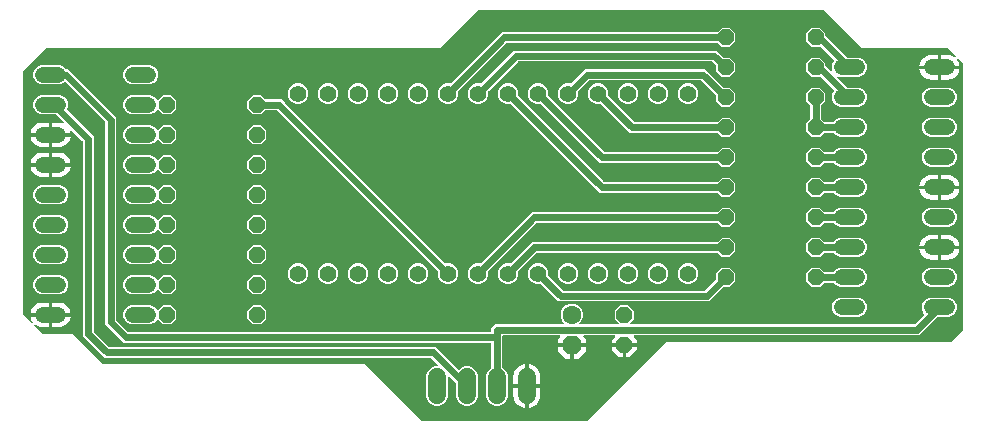
<source format=gbr>
G04 EAGLE Gerber RS-274X export*
G75*
%MOMM*%
%FSLAX34Y34*%
%LPD*%
%INBottom Copper*%
%IPPOS*%
%AMOC8*
5,1,8,0,0,1.08239X$1,22.5*%
G01*
%ADD10C,1.320800*%
%ADD11C,1.508000*%
%ADD12P,1.429621X8X202.500000*%
%ADD13C,1.422400*%
%ADD14P,1.429621X8X22.500000*%
%ADD15C,1.600200*%
%ADD16P,1.732040X8X292.500000*%
%ADD17P,1.429621X8X292.500000*%
%ADD18C,0.609600*%
%ADD19C,0.609600*%

G36*
X508090Y21479D02*
X508090Y21479D01*
X508181Y21486D01*
X508211Y21498D01*
X508243Y21504D01*
X508323Y21546D01*
X508407Y21582D01*
X508439Y21608D01*
X508460Y21619D01*
X508482Y21642D01*
X508538Y21687D01*
X574990Y88139D01*
X815975Y88139D01*
X816065Y88154D01*
X816156Y88161D01*
X816186Y88173D01*
X816218Y88179D01*
X816298Y88221D01*
X816382Y88257D01*
X816414Y88283D01*
X816435Y88294D01*
X816457Y88317D01*
X816513Y88362D01*
X826038Y97887D01*
X826091Y97961D01*
X826151Y98030D01*
X826163Y98060D01*
X826182Y98086D01*
X826209Y98173D01*
X826243Y98258D01*
X826247Y98299D01*
X826254Y98322D01*
X826253Y98354D01*
X826261Y98425D01*
X826261Y323850D01*
X826247Y323940D01*
X826239Y324031D01*
X826227Y324061D01*
X826222Y324093D01*
X826179Y324173D01*
X826143Y324257D01*
X826117Y324290D01*
X826106Y324310D01*
X826083Y324332D01*
X826038Y324388D01*
X822606Y327820D01*
X822554Y327858D01*
X822509Y327902D01*
X822455Y327929D01*
X822407Y327964D01*
X822345Y327983D01*
X822288Y328011D01*
X822229Y328019D01*
X822171Y328036D01*
X822108Y328035D01*
X822044Y328043D01*
X821986Y328031D01*
X821926Y328030D01*
X821866Y328008D01*
X821803Y327996D01*
X821751Y327966D01*
X821695Y327945D01*
X821645Y327906D01*
X821589Y327874D01*
X821549Y327829D01*
X821503Y327792D01*
X821468Y327738D01*
X821425Y327690D01*
X821402Y327635D01*
X821370Y327585D01*
X821354Y327523D01*
X821329Y327464D01*
X821324Y327404D01*
X821309Y327346D01*
X821314Y327283D01*
X821309Y327219D01*
X821324Y327161D01*
X821329Y327101D01*
X821354Y327042D01*
X821369Y326980D01*
X821412Y326905D01*
X821425Y326875D01*
X821440Y326856D01*
X821452Y326835D01*
X821961Y326134D01*
X822706Y324673D01*
X823212Y323114D01*
X823357Y322198D01*
X807973Y322198D01*
X807973Y331090D01*
X813874Y331090D01*
X815493Y330833D01*
X817052Y330327D01*
X818513Y329582D01*
X819214Y329073D01*
X819271Y329044D01*
X819322Y329007D01*
X819380Y328990D01*
X819433Y328963D01*
X819497Y328954D01*
X819558Y328935D01*
X819617Y328936D01*
X819677Y328928D01*
X819740Y328940D01*
X819803Y328941D01*
X819860Y328962D01*
X819919Y328973D01*
X819974Y329004D01*
X820034Y329026D01*
X820081Y329063D01*
X820134Y329092D01*
X820177Y329139D01*
X820226Y329179D01*
X820259Y329230D01*
X820299Y329274D01*
X820325Y329332D01*
X820359Y329386D01*
X820374Y329444D01*
X820398Y329499D01*
X820404Y329563D01*
X820420Y329625D01*
X820415Y329684D01*
X820420Y329744D01*
X820405Y329806D01*
X820400Y329870D01*
X820377Y329925D01*
X820363Y329983D01*
X820329Y330038D01*
X820304Y330096D01*
X820250Y330164D01*
X820232Y330192D01*
X820214Y330208D01*
X820199Y330227D01*
X813338Y337088D01*
X813264Y337141D01*
X813195Y337201D01*
X813165Y337213D01*
X813139Y337232D01*
X813052Y337259D01*
X812967Y337293D01*
X812926Y337297D01*
X812903Y337304D01*
X812871Y337303D01*
X812800Y337311D01*
X740090Y337311D01*
X708563Y368838D01*
X708489Y368891D01*
X708420Y368951D01*
X708390Y368963D01*
X708364Y368982D01*
X708277Y369009D01*
X708192Y369043D01*
X708151Y369047D01*
X708128Y369054D01*
X708096Y369053D01*
X708025Y369061D01*
X415925Y369061D01*
X415835Y369047D01*
X415744Y369039D01*
X415714Y369027D01*
X415682Y369022D01*
X415602Y368979D01*
X415518Y368943D01*
X415486Y368917D01*
X415465Y368906D01*
X415443Y368883D01*
X415387Y368838D01*
X383860Y337311D01*
X50800Y337311D01*
X50710Y337297D01*
X50619Y337289D01*
X50589Y337277D01*
X50557Y337272D01*
X50477Y337229D01*
X50393Y337193D01*
X50361Y337167D01*
X50340Y337156D01*
X50318Y337133D01*
X50262Y337088D01*
X31212Y318038D01*
X31159Y317964D01*
X31099Y317895D01*
X31087Y317865D01*
X31068Y317839D01*
X31041Y317752D01*
X31007Y317667D01*
X31003Y317626D01*
X30996Y317603D01*
X30997Y317571D01*
X30989Y317500D01*
X30989Y111125D01*
X31004Y111035D01*
X31011Y110944D01*
X31023Y110914D01*
X31029Y110882D01*
X31071Y110802D01*
X31107Y110718D01*
X31133Y110686D01*
X31144Y110665D01*
X31167Y110643D01*
X31212Y110587D01*
X37819Y103980D01*
X37871Y103942D01*
X37916Y103898D01*
X37970Y103871D01*
X38018Y103836D01*
X38079Y103817D01*
X38137Y103789D01*
X38196Y103781D01*
X38254Y103764D01*
X38317Y103765D01*
X38381Y103757D01*
X38439Y103769D01*
X38499Y103770D01*
X38559Y103792D01*
X38622Y103804D01*
X38674Y103834D01*
X38730Y103855D01*
X38780Y103895D01*
X38836Y103926D01*
X38876Y103971D01*
X38922Y104008D01*
X38957Y104062D01*
X39000Y104110D01*
X39023Y104165D01*
X39055Y104215D01*
X39071Y104277D01*
X39096Y104336D01*
X39101Y104396D01*
X39116Y104454D01*
X39111Y104517D01*
X39116Y104581D01*
X39101Y104639D01*
X39096Y104699D01*
X39071Y104758D01*
X39056Y104820D01*
X39013Y104895D01*
X39000Y104925D01*
X38985Y104944D01*
X38973Y104965D01*
X38464Y105666D01*
X37719Y107127D01*
X37213Y108686D01*
X37068Y109602D01*
X52452Y109602D01*
X52452Y100710D01*
X46551Y100710D01*
X44932Y100967D01*
X43373Y101473D01*
X41912Y102218D01*
X41211Y102727D01*
X41154Y102756D01*
X41103Y102793D01*
X41045Y102810D01*
X40992Y102837D01*
X40928Y102846D01*
X40867Y102865D01*
X40808Y102864D01*
X40748Y102872D01*
X40685Y102860D01*
X40622Y102859D01*
X40565Y102838D01*
X40506Y102827D01*
X40450Y102796D01*
X40391Y102774D01*
X40344Y102737D01*
X40291Y102708D01*
X40248Y102661D01*
X40199Y102621D01*
X40166Y102570D01*
X40126Y102526D01*
X40100Y102468D01*
X40066Y102414D01*
X40051Y102356D01*
X40027Y102301D01*
X40021Y102237D01*
X40005Y102175D01*
X40010Y102116D01*
X40005Y102056D01*
X40020Y101994D01*
X40025Y101930D01*
X40048Y101875D01*
X40062Y101817D01*
X40096Y101762D01*
X40121Y101704D01*
X40175Y101636D01*
X40193Y101608D01*
X40211Y101592D01*
X40226Y101573D01*
X47087Y94712D01*
X47161Y94659D01*
X47230Y94599D01*
X47260Y94587D01*
X47286Y94568D01*
X47373Y94541D01*
X47458Y94507D01*
X47499Y94503D01*
X47522Y94496D01*
X47554Y94497D01*
X47625Y94489D01*
X72710Y94489D01*
X97887Y69312D01*
X97961Y69259D01*
X98030Y69199D01*
X98060Y69187D01*
X98086Y69168D01*
X98173Y69141D01*
X98258Y69107D01*
X98299Y69103D01*
X98322Y69096D01*
X98354Y69097D01*
X98425Y69089D01*
X320360Y69089D01*
X367762Y21687D01*
X367836Y21634D01*
X367905Y21574D01*
X367935Y21562D01*
X367961Y21543D01*
X368048Y21516D01*
X368133Y21482D01*
X368174Y21478D01*
X368197Y21471D01*
X368229Y21472D01*
X368300Y21464D01*
X508000Y21464D01*
X508090Y21479D01*
G37*
%LPC*%
G36*
X429997Y34195D02*
X429997Y34195D01*
X426665Y35575D01*
X424115Y38125D01*
X422735Y41457D01*
X422735Y60143D01*
X424115Y63475D01*
X426665Y66025D01*
X426757Y66063D01*
X426857Y66125D01*
X426957Y66184D01*
X426961Y66189D01*
X426966Y66192D01*
X427041Y66283D01*
X427117Y66371D01*
X427119Y66377D01*
X427123Y66382D01*
X427165Y66490D01*
X427209Y66599D01*
X427210Y66607D01*
X427211Y66612D01*
X427212Y66630D01*
X427227Y66766D01*
X427227Y86741D01*
X427224Y86761D01*
X427226Y86780D01*
X427204Y86882D01*
X427188Y86984D01*
X427178Y87001D01*
X427174Y87021D01*
X427121Y87110D01*
X427072Y87201D01*
X427058Y87215D01*
X427048Y87232D01*
X426969Y87299D01*
X426894Y87371D01*
X426876Y87379D01*
X426861Y87392D01*
X426765Y87431D01*
X426671Y87474D01*
X426651Y87476D01*
X426633Y87484D01*
X426466Y87502D01*
X115581Y87502D01*
X112679Y90404D01*
X100202Y102881D01*
X100202Y274016D01*
X100188Y274106D01*
X100180Y274197D01*
X100168Y274226D01*
X100163Y274258D01*
X100120Y274339D01*
X100084Y274423D01*
X100058Y274455D01*
X100047Y274476D01*
X100024Y274498D01*
X99979Y274554D01*
X66680Y307853D01*
X66664Y307865D01*
X66651Y307881D01*
X66564Y307937D01*
X66480Y307997D01*
X66461Y308003D01*
X66444Y308014D01*
X66344Y308039D01*
X66245Y308069D01*
X66225Y308069D01*
X66206Y308074D01*
X66103Y308066D01*
X65999Y308063D01*
X65980Y308056D01*
X65960Y308055D01*
X65866Y308014D01*
X65768Y307979D01*
X65752Y307966D01*
X65734Y307958D01*
X65603Y307853D01*
X65184Y307434D01*
X62196Y306196D01*
X45754Y306196D01*
X42766Y307434D01*
X40480Y309720D01*
X39242Y312708D01*
X39242Y315942D01*
X40480Y318930D01*
X42766Y321216D01*
X45754Y322454D01*
X62196Y322454D01*
X65184Y321216D01*
X67279Y319121D01*
X67353Y319068D01*
X67422Y319008D01*
X67453Y318996D01*
X67479Y318977D01*
X67566Y318950D01*
X67651Y318916D01*
X67692Y318912D01*
X67714Y318905D01*
X67746Y318906D01*
X67817Y318898D01*
X68569Y318898D01*
X109348Y278119D01*
X109348Y106984D01*
X109362Y106894D01*
X109370Y106803D01*
X109382Y106774D01*
X109387Y106742D01*
X109430Y106661D01*
X109466Y106577D01*
X109492Y106545D01*
X109503Y106524D01*
X109526Y106502D01*
X109571Y106446D01*
X119146Y96871D01*
X119220Y96818D01*
X119290Y96758D01*
X119320Y96746D01*
X119346Y96727D01*
X119433Y96700D01*
X119518Y96666D01*
X119559Y96662D01*
X119581Y96655D01*
X119613Y96656D01*
X119684Y96648D01*
X426466Y96648D01*
X426486Y96651D01*
X426505Y96649D01*
X426607Y96671D01*
X426709Y96687D01*
X426726Y96697D01*
X426746Y96701D01*
X426835Y96754D01*
X426926Y96803D01*
X426940Y96817D01*
X426957Y96827D01*
X427024Y96906D01*
X427096Y96981D01*
X427104Y96999D01*
X427117Y97014D01*
X427156Y97110D01*
X427199Y97204D01*
X427201Y97224D01*
X427209Y97242D01*
X427227Y97409D01*
X427227Y100319D01*
X429906Y102998D01*
X488118Y102998D01*
X488189Y103009D01*
X488260Y103011D01*
X488309Y103029D01*
X488361Y103037D01*
X488424Y103071D01*
X488491Y103096D01*
X488532Y103128D01*
X488578Y103153D01*
X488628Y103205D01*
X488684Y103249D01*
X488712Y103293D01*
X488748Y103331D01*
X488778Y103396D01*
X488817Y103456D01*
X488829Y103507D01*
X488851Y103554D01*
X488859Y103625D01*
X488877Y103695D01*
X488873Y103747D01*
X488878Y103798D01*
X488863Y103869D01*
X488857Y103940D01*
X488837Y103988D01*
X488826Y104039D01*
X488789Y104100D01*
X488761Y104166D01*
X488716Y104222D01*
X488700Y104250D01*
X488682Y104265D01*
X488656Y104297D01*
X487224Y105729D01*
X485774Y109230D01*
X485774Y113020D01*
X487224Y116521D01*
X489904Y119201D01*
X493405Y120651D01*
X497195Y120651D01*
X500696Y119201D01*
X503376Y116521D01*
X504826Y113020D01*
X504826Y109230D01*
X503376Y105729D01*
X501944Y104297D01*
X501902Y104239D01*
X501852Y104187D01*
X501831Y104140D01*
X501800Y104098D01*
X501779Y104029D01*
X501749Y103964D01*
X501743Y103912D01*
X501728Y103862D01*
X501730Y103791D01*
X501722Y103720D01*
X501733Y103669D01*
X501734Y103617D01*
X501759Y103549D01*
X501774Y103479D01*
X501801Y103434D01*
X501819Y103386D01*
X501863Y103330D01*
X501900Y103268D01*
X501940Y103234D01*
X501972Y103194D01*
X502033Y103155D01*
X502087Y103108D01*
X502135Y103089D01*
X502179Y103061D01*
X502249Y103043D01*
X502315Y103016D01*
X502387Y103008D01*
X502418Y103000D01*
X502441Y103002D01*
X502482Y102998D01*
X534544Y102998D01*
X534614Y103009D01*
X534686Y103011D01*
X534735Y103029D01*
X534786Y103037D01*
X534850Y103071D01*
X534917Y103096D01*
X534958Y103128D01*
X535004Y103153D01*
X535053Y103205D01*
X535109Y103249D01*
X535137Y103293D01*
X535173Y103331D01*
X535203Y103396D01*
X535242Y103456D01*
X535255Y103507D01*
X535277Y103554D01*
X535285Y103625D01*
X535302Y103695D01*
X535298Y103747D01*
X535304Y103798D01*
X535289Y103869D01*
X535283Y103940D01*
X535263Y103988D01*
X535252Y104039D01*
X535215Y104100D01*
X535187Y104166D01*
X535142Y104222D01*
X535125Y104250D01*
X535108Y104265D01*
X535082Y104297D01*
X531621Y107758D01*
X531621Y114492D01*
X536383Y119254D01*
X543117Y119254D01*
X547879Y114492D01*
X547879Y107758D01*
X544418Y104297D01*
X544376Y104239D01*
X544327Y104187D01*
X544305Y104140D01*
X544274Y104098D01*
X544253Y104029D01*
X544223Y103964D01*
X544217Y103912D01*
X544202Y103862D01*
X544204Y103791D01*
X544196Y103720D01*
X544207Y103669D01*
X544208Y103617D01*
X544233Y103549D01*
X544248Y103479D01*
X544275Y103434D01*
X544293Y103386D01*
X544338Y103330D01*
X544375Y103268D01*
X544414Y103234D01*
X544447Y103194D01*
X544507Y103155D01*
X544561Y103108D01*
X544610Y103089D01*
X544654Y103061D01*
X544723Y103043D01*
X544790Y103016D01*
X544861Y103008D01*
X544892Y103000D01*
X544915Y103002D01*
X544956Y102998D01*
X785191Y102998D01*
X785281Y103012D01*
X785372Y103020D01*
X785401Y103032D01*
X785433Y103037D01*
X785514Y103080D01*
X785598Y103116D01*
X785630Y103142D01*
X785651Y103153D01*
X785673Y103176D01*
X785729Y103221D01*
X793628Y111120D01*
X793640Y111136D01*
X793656Y111149D01*
X793712Y111236D01*
X793772Y111320D01*
X793778Y111339D01*
X793789Y111356D01*
X793814Y111456D01*
X793844Y111555D01*
X793844Y111575D01*
X793849Y111594D01*
X793841Y111697D01*
X793838Y111801D01*
X793831Y111820D01*
X793830Y111840D01*
X793789Y111934D01*
X793754Y112032D01*
X793741Y112048D01*
X793733Y112066D01*
X793628Y112197D01*
X792955Y112870D01*
X791717Y115858D01*
X791717Y119092D01*
X792955Y122080D01*
X795241Y124366D01*
X798229Y125604D01*
X814671Y125604D01*
X817659Y124366D01*
X819945Y122080D01*
X821183Y119092D01*
X821183Y115858D01*
X819945Y112870D01*
X817659Y110584D01*
X814671Y109346D01*
X805103Y109346D01*
X805013Y109332D01*
X804922Y109324D01*
X804893Y109312D01*
X804861Y109307D01*
X804780Y109264D01*
X804696Y109228D01*
X804664Y109202D01*
X804643Y109191D01*
X804621Y109168D01*
X804565Y109123D01*
X789294Y93852D01*
X548189Y93852D01*
X548118Y93841D01*
X548047Y93839D01*
X547998Y93821D01*
X547946Y93813D01*
X547883Y93779D01*
X547816Y93754D01*
X547775Y93722D01*
X547729Y93697D01*
X547680Y93645D01*
X547624Y93601D01*
X547596Y93557D01*
X547560Y93519D01*
X547529Y93454D01*
X547491Y93394D01*
X547478Y93343D01*
X547456Y93296D01*
X547448Y93225D01*
X547431Y93155D01*
X547435Y93103D01*
X547429Y93052D01*
X547444Y92981D01*
X547450Y92910D01*
X547470Y92862D01*
X547481Y92811D01*
X547518Y92750D01*
X547546Y92684D01*
X547591Y92628D01*
X547607Y92600D01*
X547625Y92585D01*
X547651Y92553D01*
X550165Y90039D01*
X550165Y87248D01*
X540512Y87248D01*
X540492Y87245D01*
X540473Y87247D01*
X540371Y87225D01*
X540269Y87208D01*
X540252Y87199D01*
X540232Y87195D01*
X540143Y87142D01*
X540052Y87093D01*
X540038Y87079D01*
X540021Y87069D01*
X539954Y86990D01*
X539883Y86915D01*
X539874Y86897D01*
X539861Y86882D01*
X539823Y86786D01*
X539779Y86692D01*
X539777Y86672D01*
X539769Y86654D01*
X539751Y86487D01*
X539751Y85724D01*
X539749Y85724D01*
X539749Y86487D01*
X539746Y86507D01*
X539748Y86526D01*
X539726Y86628D01*
X539709Y86730D01*
X539700Y86747D01*
X539696Y86767D01*
X539643Y86856D01*
X539594Y86947D01*
X539580Y86961D01*
X539570Y86978D01*
X539491Y87045D01*
X539416Y87116D01*
X539398Y87125D01*
X539383Y87138D01*
X539287Y87177D01*
X539193Y87220D01*
X539173Y87222D01*
X539155Y87230D01*
X538988Y87248D01*
X529335Y87248D01*
X529335Y90039D01*
X531849Y92553D01*
X531891Y92611D01*
X531940Y92663D01*
X531962Y92710D01*
X531993Y92752D01*
X532014Y92821D01*
X532044Y92886D01*
X532050Y92938D01*
X532065Y92988D01*
X532063Y93059D01*
X532071Y93130D01*
X532060Y93181D01*
X532059Y93233D01*
X532034Y93301D01*
X532019Y93371D01*
X531992Y93416D01*
X531974Y93464D01*
X531929Y93520D01*
X531893Y93582D01*
X531853Y93616D01*
X531820Y93656D01*
X531760Y93695D01*
X531706Y93742D01*
X531657Y93761D01*
X531614Y93789D01*
X531544Y93807D01*
X531478Y93834D01*
X531406Y93842D01*
X531375Y93850D01*
X531352Y93848D01*
X531311Y93852D01*
X505715Y93852D01*
X505644Y93841D01*
X505572Y93839D01*
X505523Y93821D01*
X505472Y93813D01*
X505409Y93779D01*
X505341Y93754D01*
X505301Y93722D01*
X505255Y93697D01*
X505205Y93645D01*
X505149Y93601D01*
X505121Y93557D01*
X505085Y93519D01*
X505055Y93454D01*
X505016Y93394D01*
X505004Y93343D01*
X504982Y93296D01*
X504974Y93225D01*
X504956Y93155D01*
X504960Y93103D01*
X504955Y93052D01*
X504970Y92981D01*
X504975Y92910D01*
X504996Y92862D01*
X505007Y92811D01*
X505044Y92750D01*
X505072Y92684D01*
X505117Y92628D01*
X505133Y92600D01*
X505151Y92585D01*
X505177Y92553D01*
X507112Y90618D01*
X507112Y87248D01*
X496062Y87248D01*
X496042Y87245D01*
X496023Y87247D01*
X495921Y87225D01*
X495819Y87208D01*
X495802Y87199D01*
X495782Y87195D01*
X495693Y87142D01*
X495602Y87093D01*
X495588Y87079D01*
X495571Y87069D01*
X495504Y86990D01*
X495433Y86915D01*
X495424Y86897D01*
X495411Y86882D01*
X495373Y86786D01*
X495329Y86692D01*
X495327Y86672D01*
X495319Y86654D01*
X495301Y86487D01*
X495301Y85724D01*
X495299Y85724D01*
X495299Y86487D01*
X495296Y86507D01*
X495298Y86526D01*
X495276Y86628D01*
X495259Y86730D01*
X495250Y86747D01*
X495246Y86767D01*
X495193Y86856D01*
X495144Y86947D01*
X495130Y86961D01*
X495120Y86978D01*
X495041Y87045D01*
X494966Y87116D01*
X494948Y87125D01*
X494933Y87138D01*
X494837Y87177D01*
X494743Y87220D01*
X494723Y87222D01*
X494705Y87230D01*
X494538Y87248D01*
X483488Y87248D01*
X483488Y90618D01*
X485423Y92553D01*
X485465Y92611D01*
X485515Y92663D01*
X485537Y92710D01*
X485567Y92752D01*
X485588Y92821D01*
X485618Y92886D01*
X485624Y92938D01*
X485639Y92988D01*
X485637Y93059D01*
X485645Y93130D01*
X485634Y93181D01*
X485633Y93233D01*
X485608Y93301D01*
X485593Y93371D01*
X485566Y93416D01*
X485549Y93464D01*
X485504Y93520D01*
X485467Y93582D01*
X485427Y93616D01*
X485395Y93656D01*
X485335Y93695D01*
X485280Y93742D01*
X485232Y93761D01*
X485188Y93789D01*
X485118Y93807D01*
X485052Y93834D01*
X484981Y93842D01*
X484949Y93850D01*
X484926Y93848D01*
X484885Y93852D01*
X437134Y93852D01*
X437114Y93849D01*
X437095Y93851D01*
X436993Y93829D01*
X436891Y93813D01*
X436874Y93803D01*
X436854Y93799D01*
X436765Y93746D01*
X436674Y93697D01*
X436660Y93683D01*
X436643Y93673D01*
X436576Y93594D01*
X436504Y93519D01*
X436496Y93501D01*
X436483Y93486D01*
X436444Y93390D01*
X436401Y93296D01*
X436399Y93276D01*
X436391Y93258D01*
X436373Y93091D01*
X436373Y66766D01*
X436392Y66651D01*
X436409Y66535D01*
X436411Y66530D01*
X436412Y66523D01*
X436467Y66421D01*
X436520Y66316D01*
X436525Y66312D01*
X436528Y66306D01*
X436612Y66226D01*
X436696Y66144D01*
X436702Y66140D01*
X436706Y66137D01*
X436723Y66129D01*
X436843Y66063D01*
X436935Y66025D01*
X439485Y63475D01*
X440865Y60143D01*
X440865Y41457D01*
X439485Y38125D01*
X436935Y35575D01*
X433603Y34195D01*
X429997Y34195D01*
G37*
%LPD*%
%LPC*%
G36*
X379197Y34195D02*
X379197Y34195D01*
X375865Y35575D01*
X373315Y38125D01*
X371935Y41457D01*
X371935Y60143D01*
X373315Y63475D01*
X375865Y66025D01*
X379197Y67405D01*
X381491Y67405D01*
X381561Y67416D01*
X381633Y67418D01*
X381682Y67436D01*
X381733Y67444D01*
X381797Y67478D01*
X381864Y67503D01*
X381905Y67535D01*
X381951Y67560D01*
X382000Y67611D01*
X382056Y67656D01*
X382084Y67700D01*
X382120Y67738D01*
X382150Y67803D01*
X382189Y67863D01*
X382202Y67914D01*
X382224Y67961D01*
X382232Y68032D01*
X382249Y68102D01*
X382245Y68154D01*
X382251Y68205D01*
X382236Y68276D01*
X382230Y68347D01*
X382210Y68395D01*
X382199Y68446D01*
X382162Y68507D01*
X382134Y68573D01*
X382089Y68629D01*
X382072Y68657D01*
X382055Y68672D01*
X382029Y68704D01*
X376154Y74579D01*
X376080Y74632D01*
X376010Y74692D01*
X375980Y74704D01*
X375954Y74723D01*
X375867Y74750D01*
X375782Y74784D01*
X375741Y74788D01*
X375719Y74795D01*
X375687Y74794D01*
X375616Y74802D01*
X99706Y74802D01*
X81152Y93356D01*
X81152Y258141D01*
X81138Y258231D01*
X81130Y258322D01*
X81118Y258351D01*
X81113Y258383D01*
X81070Y258464D01*
X81034Y258548D01*
X81008Y258580D01*
X80997Y258601D01*
X80974Y258623D01*
X80929Y258679D01*
X71580Y268028D01*
X71525Y268068D01*
X71477Y268115D01*
X71426Y268139D01*
X71380Y268172D01*
X71316Y268191D01*
X71255Y268221D01*
X71199Y268227D01*
X71145Y268244D01*
X71078Y268242D01*
X71010Y268250D01*
X70956Y268239D01*
X70900Y268238D01*
X70836Y268214D01*
X70769Y268201D01*
X70721Y268172D01*
X70668Y268153D01*
X70615Y268111D01*
X70557Y268077D01*
X70520Y268034D01*
X70476Y267999D01*
X70440Y267942D01*
X70395Y267891D01*
X70374Y267840D01*
X70343Y267792D01*
X70327Y267727D01*
X70301Y267664D01*
X70297Y267608D01*
X70283Y267554D01*
X70289Y267486D01*
X70284Y267419D01*
X70300Y267341D01*
X70303Y267309D01*
X70311Y267290D01*
X70318Y267254D01*
X70737Y265964D01*
X70882Y265048D01*
X55498Y265048D01*
X55498Y273940D01*
X61399Y273940D01*
X63018Y273683D01*
X64308Y273264D01*
X64376Y273254D01*
X64440Y273234D01*
X64496Y273235D01*
X64552Y273227D01*
X64618Y273238D01*
X64686Y273240D01*
X64739Y273259D01*
X64794Y273269D01*
X64854Y273301D01*
X64917Y273325D01*
X64961Y273359D01*
X65010Y273386D01*
X65056Y273436D01*
X65109Y273478D01*
X65139Y273525D01*
X65178Y273566D01*
X65206Y273628D01*
X65242Y273685D01*
X65256Y273740D01*
X65279Y273791D01*
X65286Y273858D01*
X65302Y273924D01*
X65298Y273979D01*
X65303Y274035D01*
X65288Y274101D01*
X65283Y274169D01*
X65261Y274220D01*
X65249Y274275D01*
X65213Y274333D01*
X65187Y274395D01*
X65138Y274457D01*
X65120Y274485D01*
X65104Y274498D01*
X65082Y274526D01*
X59035Y280573D01*
X58961Y280626D01*
X58891Y280686D01*
X58861Y280698D01*
X58835Y280717D01*
X58748Y280744D01*
X58663Y280778D01*
X58622Y280782D01*
X58600Y280789D01*
X58568Y280788D01*
X58497Y280796D01*
X45754Y280796D01*
X42766Y282034D01*
X40480Y284320D01*
X39242Y287308D01*
X39242Y290542D01*
X40480Y293530D01*
X42766Y295816D01*
X45754Y297054D01*
X62196Y297054D01*
X65184Y295816D01*
X67470Y293530D01*
X68708Y290542D01*
X68708Y287308D01*
X67885Y285322D01*
X67858Y285208D01*
X67830Y285094D01*
X67830Y285088D01*
X67829Y285082D01*
X67840Y284965D01*
X67849Y284849D01*
X67851Y284843D01*
X67852Y284837D01*
X67900Y284730D01*
X67945Y284623D01*
X67950Y284617D01*
X67952Y284612D01*
X67964Y284599D01*
X68050Y284492D01*
X90298Y262244D01*
X90298Y97459D01*
X90312Y97369D01*
X90320Y97278D01*
X90332Y97249D01*
X90337Y97217D01*
X90380Y97136D01*
X90416Y97052D01*
X90442Y97020D01*
X90453Y96999D01*
X90476Y96977D01*
X90521Y96921D01*
X103271Y84171D01*
X103345Y84118D01*
X103415Y84058D01*
X103445Y84046D01*
X103471Y84027D01*
X103558Y84000D01*
X103643Y83966D01*
X103684Y83962D01*
X103706Y83955D01*
X103738Y83956D01*
X103809Y83948D01*
X379719Y83948D01*
X382621Y81046D01*
X398915Y64751D01*
X398932Y64740D01*
X398944Y64724D01*
X399031Y64668D01*
X399115Y64608D01*
X399134Y64602D01*
X399151Y64591D01*
X399251Y64566D01*
X399350Y64536D01*
X399370Y64536D01*
X399389Y64531D01*
X399492Y64539D01*
X399596Y64542D01*
X399615Y64549D01*
X399635Y64550D01*
X399730Y64591D01*
X399827Y64626D01*
X399843Y64639D01*
X399861Y64647D01*
X399992Y64751D01*
X401265Y66025D01*
X404597Y67405D01*
X408203Y67405D01*
X411535Y66025D01*
X414085Y63475D01*
X415465Y60143D01*
X415465Y41457D01*
X414085Y38125D01*
X411535Y35575D01*
X408203Y34195D01*
X404597Y34195D01*
X401265Y35575D01*
X398715Y38125D01*
X397335Y41457D01*
X397335Y53083D01*
X397321Y53173D01*
X397313Y53264D01*
X397301Y53293D01*
X397296Y53325D01*
X397253Y53406D01*
X397217Y53490D01*
X397191Y53522D01*
X397180Y53543D01*
X397157Y53565D01*
X397112Y53621D01*
X391364Y59369D01*
X391306Y59411D01*
X391254Y59460D01*
X391207Y59482D01*
X391165Y59512D01*
X391096Y59534D01*
X391031Y59564D01*
X390979Y59570D01*
X390929Y59585D01*
X390858Y59583D01*
X390787Y59591D01*
X390736Y59580D01*
X390684Y59578D01*
X390616Y59554D01*
X390546Y59539D01*
X390502Y59512D01*
X390453Y59494D01*
X390397Y59449D01*
X390335Y59412D01*
X390301Y59373D01*
X390261Y59340D01*
X390222Y59280D01*
X390175Y59226D01*
X390156Y59177D01*
X390128Y59133D01*
X390110Y59064D01*
X390083Y58997D01*
X390075Y58926D01*
X390067Y58895D01*
X390069Y58872D01*
X390065Y58831D01*
X390065Y41457D01*
X388685Y38125D01*
X386135Y35575D01*
X382803Y34195D01*
X379197Y34195D01*
G37*
%LPD*%
%LPC*%
G36*
X388807Y289813D02*
X388807Y289813D01*
X385633Y291128D01*
X383203Y293558D01*
X381888Y296732D01*
X381888Y300168D01*
X383203Y303342D01*
X385633Y305772D01*
X388807Y307087D01*
X392380Y307087D01*
X392470Y307101D01*
X392561Y307109D01*
X392590Y307121D01*
X392622Y307126D01*
X392703Y307169D01*
X392787Y307205D01*
X392819Y307231D01*
X392840Y307242D01*
X392862Y307265D01*
X392918Y307310D01*
X436256Y350648D01*
X618237Y350648D01*
X618327Y350662D01*
X618418Y350670D01*
X618447Y350682D01*
X618479Y350687D01*
X618560Y350730D01*
X618644Y350766D01*
X618676Y350792D01*
X618697Y350803D01*
X618719Y350826D01*
X618775Y350871D01*
X622108Y354204D01*
X628842Y354204D01*
X633604Y349442D01*
X633604Y342708D01*
X628842Y337946D01*
X622108Y337946D01*
X618775Y341279D01*
X618701Y341332D01*
X618632Y341392D01*
X618601Y341404D01*
X618575Y341423D01*
X618488Y341450D01*
X618403Y341484D01*
X618362Y341488D01*
X618340Y341495D01*
X618308Y341494D01*
X618237Y341502D01*
X440359Y341502D01*
X440269Y341488D01*
X440178Y341480D01*
X440149Y341468D01*
X440117Y341463D01*
X440036Y341420D01*
X439952Y341384D01*
X439920Y341358D01*
X439899Y341347D01*
X439877Y341324D01*
X439821Y341279D01*
X399385Y300843D01*
X399332Y300769D01*
X399272Y300699D01*
X399260Y300669D01*
X399241Y300643D01*
X399214Y300556D01*
X399180Y300471D01*
X399176Y300430D01*
X399169Y300408D01*
X399170Y300376D01*
X399162Y300305D01*
X399162Y296732D01*
X397847Y293558D01*
X395417Y291128D01*
X392243Y289813D01*
X388807Y289813D01*
G37*
%LPD*%
%LPC*%
G36*
X414207Y137413D02*
X414207Y137413D01*
X411033Y138728D01*
X408603Y141158D01*
X407288Y144332D01*
X407288Y147768D01*
X408603Y150942D01*
X411033Y153372D01*
X414207Y154687D01*
X417780Y154687D01*
X417870Y154701D01*
X417961Y154709D01*
X417990Y154721D01*
X418022Y154726D01*
X418103Y154769D01*
X418187Y154805D01*
X418219Y154831D01*
X418240Y154842D01*
X418262Y154865D01*
X418318Y154910D01*
X461656Y198248D01*
X618237Y198248D01*
X618327Y198262D01*
X618418Y198270D01*
X618447Y198282D01*
X618479Y198287D01*
X618560Y198330D01*
X618644Y198366D01*
X618676Y198392D01*
X618697Y198403D01*
X618719Y198426D01*
X618775Y198471D01*
X622108Y201804D01*
X628842Y201804D01*
X633604Y197042D01*
X633604Y190308D01*
X628842Y185546D01*
X622108Y185546D01*
X618775Y188879D01*
X618701Y188932D01*
X618632Y188992D01*
X618601Y189004D01*
X618575Y189023D01*
X618488Y189050D01*
X618403Y189084D01*
X618362Y189088D01*
X618340Y189095D01*
X618308Y189094D01*
X618237Y189102D01*
X465759Y189102D01*
X465669Y189088D01*
X465578Y189080D01*
X465549Y189068D01*
X465517Y189063D01*
X465436Y189020D01*
X465352Y188984D01*
X465320Y188958D01*
X465299Y188947D01*
X465277Y188924D01*
X465221Y188879D01*
X424785Y148443D01*
X424732Y148369D01*
X424672Y148299D01*
X424660Y148269D01*
X424641Y148243D01*
X424614Y148156D01*
X424580Y148071D01*
X424576Y148030D01*
X424569Y148008D01*
X424570Y147976D01*
X424562Y147905D01*
X424562Y144332D01*
X423247Y141158D01*
X420817Y138728D01*
X417643Y137413D01*
X414207Y137413D01*
G37*
%LPD*%
%LPC*%
G36*
X414207Y289813D02*
X414207Y289813D01*
X411033Y291128D01*
X408603Y293558D01*
X407288Y296732D01*
X407288Y300168D01*
X408603Y303342D01*
X411033Y305772D01*
X414207Y307087D01*
X417780Y307087D01*
X417870Y307101D01*
X417961Y307109D01*
X417990Y307121D01*
X418022Y307126D01*
X418103Y307169D01*
X418187Y307205D01*
X418219Y307231D01*
X418240Y307242D01*
X418262Y307265D01*
X418318Y307310D01*
X445781Y334773D01*
X617844Y334773D01*
X623590Y329027D01*
X623664Y328974D01*
X623734Y328914D01*
X623764Y328902D01*
X623790Y328883D01*
X623877Y328856D01*
X623962Y328822D01*
X624003Y328818D01*
X624025Y328811D01*
X624057Y328812D01*
X624128Y328804D01*
X628842Y328804D01*
X633604Y324042D01*
X633604Y317308D01*
X628842Y312546D01*
X622108Y312546D01*
X617346Y317308D01*
X617346Y322022D01*
X617332Y322112D01*
X617324Y322203D01*
X617312Y322232D01*
X617307Y322264D01*
X617264Y322345D01*
X617228Y322429D01*
X617202Y322461D01*
X617191Y322482D01*
X617168Y322504D01*
X617123Y322560D01*
X614279Y325404D01*
X614205Y325457D01*
X614135Y325517D01*
X614105Y325529D01*
X614079Y325548D01*
X613992Y325575D01*
X613907Y325609D01*
X613866Y325613D01*
X613844Y325620D01*
X613812Y325619D01*
X613741Y325627D01*
X449884Y325627D01*
X449794Y325613D01*
X449703Y325605D01*
X449674Y325593D01*
X449642Y325588D01*
X449561Y325545D01*
X449477Y325509D01*
X449445Y325483D01*
X449424Y325472D01*
X449402Y325449D01*
X449346Y325404D01*
X424785Y300843D01*
X424732Y300769D01*
X424672Y300699D01*
X424660Y300669D01*
X424641Y300643D01*
X424614Y300556D01*
X424580Y300471D01*
X424576Y300430D01*
X424569Y300408D01*
X424570Y300376D01*
X424562Y300305D01*
X424562Y296732D01*
X423247Y293558D01*
X420817Y291128D01*
X417643Y289813D01*
X414207Y289813D01*
G37*
%LPD*%
%LPC*%
G36*
X388807Y137413D02*
X388807Y137413D01*
X385633Y138728D01*
X383203Y141158D01*
X381888Y144332D01*
X381888Y147905D01*
X381874Y147995D01*
X381866Y148086D01*
X381854Y148115D01*
X381849Y148147D01*
X381806Y148228D01*
X381770Y148312D01*
X381744Y148344D01*
X381733Y148365D01*
X381710Y148387D01*
X381665Y148443D01*
X245979Y284129D01*
X245905Y284182D01*
X245835Y284242D01*
X245805Y284254D01*
X245779Y284273D01*
X245692Y284300D01*
X245607Y284334D01*
X245566Y284338D01*
X245544Y284345D01*
X245512Y284344D01*
X245441Y284352D01*
X235838Y284352D01*
X235748Y284338D01*
X235657Y284330D01*
X235628Y284318D01*
X235596Y284313D01*
X235515Y284270D01*
X235431Y284234D01*
X235399Y284208D01*
X235378Y284197D01*
X235356Y284174D01*
X235300Y284129D01*
X231967Y280796D01*
X225233Y280796D01*
X220471Y285558D01*
X220471Y292292D01*
X225233Y297054D01*
X231967Y297054D01*
X235300Y293721D01*
X235374Y293668D01*
X235443Y293608D01*
X235474Y293596D01*
X235500Y293577D01*
X235587Y293550D01*
X235672Y293516D01*
X235713Y293512D01*
X235735Y293505D01*
X235767Y293506D01*
X235838Y293498D01*
X249544Y293498D01*
X252446Y290596D01*
X388132Y154910D01*
X388206Y154857D01*
X388276Y154797D01*
X388306Y154785D01*
X388332Y154766D01*
X388419Y154739D01*
X388504Y154705D01*
X388545Y154701D01*
X388567Y154694D01*
X388599Y154695D01*
X388670Y154687D01*
X392243Y154687D01*
X395417Y153372D01*
X397847Y150942D01*
X399162Y147768D01*
X399162Y144332D01*
X397847Y141158D01*
X395417Y138728D01*
X392243Y137413D01*
X388807Y137413D01*
G37*
%LPD*%
%LPC*%
G36*
X622108Y210946D02*
X622108Y210946D01*
X618775Y214279D01*
X618701Y214332D01*
X618632Y214392D01*
X618601Y214404D01*
X618575Y214423D01*
X618488Y214450D01*
X618403Y214484D01*
X618362Y214488D01*
X618340Y214495D01*
X618308Y214494D01*
X618237Y214502D01*
X518806Y214502D01*
X443718Y289590D01*
X443644Y289643D01*
X443574Y289703D01*
X443544Y289715D01*
X443518Y289734D01*
X443431Y289761D01*
X443346Y289795D01*
X443305Y289799D01*
X443283Y289806D01*
X443251Y289805D01*
X443180Y289813D01*
X439607Y289813D01*
X436433Y291128D01*
X434003Y293558D01*
X432688Y296732D01*
X432688Y300168D01*
X434003Y303342D01*
X436433Y305772D01*
X439607Y307087D01*
X443043Y307087D01*
X446217Y305772D01*
X448647Y303342D01*
X449962Y300168D01*
X449962Y296595D01*
X449976Y296505D01*
X449984Y296414D01*
X449996Y296385D01*
X450001Y296353D01*
X450044Y296272D01*
X450080Y296188D01*
X450106Y296156D01*
X450117Y296135D01*
X450140Y296113D01*
X450185Y296057D01*
X522371Y223871D01*
X522445Y223818D01*
X522515Y223758D01*
X522545Y223746D01*
X522571Y223727D01*
X522658Y223700D01*
X522743Y223666D01*
X522784Y223662D01*
X522806Y223655D01*
X522838Y223656D01*
X522909Y223648D01*
X618237Y223648D01*
X618327Y223662D01*
X618418Y223670D01*
X618447Y223682D01*
X618479Y223687D01*
X618560Y223730D01*
X618644Y223766D01*
X618676Y223792D01*
X618697Y223803D01*
X618719Y223826D01*
X618775Y223871D01*
X622108Y227204D01*
X628842Y227204D01*
X633604Y222442D01*
X633604Y215708D01*
X628842Y210946D01*
X622108Y210946D01*
G37*
%LPD*%
%LPC*%
G36*
X439607Y137413D02*
X439607Y137413D01*
X436433Y138728D01*
X434003Y141158D01*
X432688Y144332D01*
X432688Y147768D01*
X434003Y150942D01*
X436433Y153372D01*
X439607Y154687D01*
X443180Y154687D01*
X443270Y154701D01*
X443361Y154709D01*
X443390Y154721D01*
X443422Y154726D01*
X443503Y154769D01*
X443587Y154805D01*
X443619Y154831D01*
X443640Y154842D01*
X443662Y154865D01*
X443718Y154910D01*
X461656Y172848D01*
X618237Y172848D01*
X618327Y172862D01*
X618418Y172870D01*
X618447Y172882D01*
X618479Y172887D01*
X618560Y172930D01*
X618644Y172966D01*
X618676Y172992D01*
X618697Y173003D01*
X618719Y173026D01*
X618775Y173071D01*
X622108Y176404D01*
X628842Y176404D01*
X633604Y171642D01*
X633604Y164908D01*
X628842Y160146D01*
X622108Y160146D01*
X618775Y163479D01*
X618701Y163532D01*
X618632Y163592D01*
X618601Y163604D01*
X618575Y163623D01*
X618488Y163650D01*
X618403Y163684D01*
X618362Y163688D01*
X618340Y163695D01*
X618308Y163694D01*
X618237Y163702D01*
X465759Y163702D01*
X465669Y163688D01*
X465578Y163680D01*
X465549Y163668D01*
X465517Y163663D01*
X465436Y163620D01*
X465352Y163584D01*
X465320Y163558D01*
X465299Y163547D01*
X465277Y163524D01*
X465221Y163479D01*
X450185Y148443D01*
X450132Y148369D01*
X450072Y148299D01*
X450060Y148269D01*
X450041Y148243D01*
X450014Y148156D01*
X449980Y148071D01*
X449976Y148030D01*
X449969Y148008D01*
X449970Y147976D01*
X449962Y147905D01*
X449962Y144332D01*
X448647Y141158D01*
X446217Y138728D01*
X443043Y137413D01*
X439607Y137413D01*
G37*
%LPD*%
%LPC*%
G36*
X622108Y236346D02*
X622108Y236346D01*
X618775Y239679D01*
X618701Y239732D01*
X618632Y239792D01*
X618601Y239804D01*
X618575Y239823D01*
X618488Y239850D01*
X618403Y239884D01*
X618362Y239888D01*
X618340Y239895D01*
X618308Y239894D01*
X618237Y239902D01*
X518806Y239902D01*
X469118Y289590D01*
X469044Y289643D01*
X468974Y289703D01*
X468944Y289715D01*
X468918Y289734D01*
X468831Y289761D01*
X468746Y289795D01*
X468705Y289799D01*
X468683Y289806D01*
X468651Y289805D01*
X468580Y289813D01*
X465007Y289813D01*
X461833Y291128D01*
X459403Y293558D01*
X458088Y296732D01*
X458088Y300168D01*
X459403Y303342D01*
X461833Y305772D01*
X465007Y307087D01*
X468443Y307087D01*
X471617Y305772D01*
X474047Y303342D01*
X475362Y300168D01*
X475362Y296595D01*
X475376Y296505D01*
X475384Y296414D01*
X475396Y296385D01*
X475401Y296353D01*
X475444Y296272D01*
X475480Y296188D01*
X475506Y296156D01*
X475517Y296135D01*
X475540Y296113D01*
X475585Y296057D01*
X522371Y249271D01*
X522445Y249218D01*
X522515Y249158D01*
X522545Y249146D01*
X522571Y249127D01*
X522658Y249100D01*
X522743Y249066D01*
X522784Y249062D01*
X522806Y249055D01*
X522838Y249056D01*
X522909Y249048D01*
X618237Y249048D01*
X618327Y249062D01*
X618418Y249070D01*
X618447Y249082D01*
X618479Y249087D01*
X618560Y249130D01*
X618644Y249166D01*
X618676Y249192D01*
X618697Y249203D01*
X618719Y249226D01*
X618775Y249271D01*
X622108Y252604D01*
X628842Y252604D01*
X633604Y247842D01*
X633604Y241108D01*
X628842Y236346D01*
X622108Y236346D01*
G37*
%LPD*%
%LPC*%
G36*
X483881Y122427D02*
X483881Y122427D01*
X469118Y137190D01*
X469044Y137243D01*
X468974Y137303D01*
X468944Y137315D01*
X468918Y137334D01*
X468831Y137361D01*
X468746Y137395D01*
X468705Y137399D01*
X468683Y137406D01*
X468651Y137405D01*
X468580Y137413D01*
X465007Y137413D01*
X461833Y138728D01*
X459403Y141158D01*
X458088Y144332D01*
X458088Y147768D01*
X459403Y150942D01*
X461833Y153372D01*
X465007Y154687D01*
X468443Y154687D01*
X471617Y153372D01*
X474047Y150942D01*
X475362Y147768D01*
X475362Y144195D01*
X475376Y144105D01*
X475384Y144014D01*
X475396Y143985D01*
X475401Y143953D01*
X475444Y143872D01*
X475480Y143788D01*
X475506Y143756D01*
X475517Y143735D01*
X475540Y143713D01*
X475585Y143657D01*
X487446Y131796D01*
X487520Y131743D01*
X487590Y131683D01*
X487620Y131671D01*
X487646Y131652D01*
X487733Y131625D01*
X487818Y131591D01*
X487859Y131587D01*
X487881Y131580D01*
X487913Y131581D01*
X487984Y131573D01*
X607391Y131573D01*
X607481Y131587D01*
X607572Y131595D01*
X607601Y131607D01*
X607633Y131612D01*
X607714Y131655D01*
X607798Y131691D01*
X607830Y131717D01*
X607851Y131728D01*
X607873Y131751D01*
X607929Y131796D01*
X617123Y140990D01*
X617176Y141064D01*
X617236Y141134D01*
X617248Y141164D01*
X617267Y141190D01*
X617294Y141277D01*
X617328Y141362D01*
X617332Y141403D01*
X617339Y141425D01*
X617338Y141457D01*
X617346Y141528D01*
X617346Y146242D01*
X622108Y151004D01*
X628842Y151004D01*
X633604Y146242D01*
X633604Y139508D01*
X628842Y134746D01*
X624128Y134746D01*
X624038Y134732D01*
X623947Y134724D01*
X623918Y134712D01*
X623886Y134707D01*
X623805Y134664D01*
X623721Y134628D01*
X623689Y134602D01*
X623668Y134591D01*
X623646Y134568D01*
X623590Y134523D01*
X614396Y125329D01*
X611494Y122427D01*
X483881Y122427D01*
G37*
%LPD*%
%LPC*%
G36*
X622108Y287146D02*
X622108Y287146D01*
X617346Y291908D01*
X617346Y296622D01*
X617332Y296712D01*
X617324Y296803D01*
X617312Y296832D01*
X617307Y296864D01*
X617264Y296945D01*
X617228Y297029D01*
X617202Y297061D01*
X617191Y297082D01*
X617168Y297104D01*
X617123Y297160D01*
X604754Y309529D01*
X604680Y309582D01*
X604610Y309642D01*
X604580Y309654D01*
X604554Y309673D01*
X604467Y309700D01*
X604382Y309734D01*
X604341Y309738D01*
X604319Y309745D01*
X604287Y309744D01*
X604216Y309752D01*
X510209Y309752D01*
X510119Y309738D01*
X510028Y309730D01*
X509999Y309718D01*
X509967Y309713D01*
X509886Y309670D01*
X509802Y309634D01*
X509770Y309608D01*
X509749Y309597D01*
X509727Y309574D01*
X509671Y309529D01*
X500985Y300843D01*
X500932Y300769D01*
X500872Y300699D01*
X500860Y300669D01*
X500841Y300643D01*
X500814Y300556D01*
X500780Y300471D01*
X500776Y300430D01*
X500769Y300408D01*
X500770Y300376D01*
X500762Y300305D01*
X500762Y296732D01*
X499447Y293558D01*
X497017Y291128D01*
X493843Y289813D01*
X490407Y289813D01*
X487233Y291128D01*
X484803Y293558D01*
X483488Y296732D01*
X483488Y300168D01*
X484803Y303342D01*
X487233Y305772D01*
X490407Y307087D01*
X493980Y307087D01*
X494070Y307101D01*
X494161Y307109D01*
X494190Y307121D01*
X494222Y307126D01*
X494303Y307169D01*
X494387Y307205D01*
X494419Y307231D01*
X494440Y307242D01*
X494462Y307265D01*
X494518Y307310D01*
X506106Y318898D01*
X608319Y318898D01*
X611221Y315996D01*
X623590Y303627D01*
X623664Y303574D01*
X623734Y303514D01*
X623764Y303502D01*
X623790Y303483D01*
X623877Y303456D01*
X623962Y303422D01*
X624003Y303418D01*
X624025Y303411D01*
X624057Y303412D01*
X624128Y303404D01*
X628842Y303404D01*
X633604Y298642D01*
X633604Y291908D01*
X628842Y287146D01*
X622108Y287146D01*
G37*
%LPD*%
%LPC*%
G36*
X722029Y287146D02*
X722029Y287146D01*
X719041Y288384D01*
X716755Y290670D01*
X715517Y293658D01*
X715517Y296892D01*
X716755Y299880D01*
X717428Y300553D01*
X717440Y300569D01*
X717456Y300582D01*
X717512Y300669D01*
X717572Y300753D01*
X717578Y300772D01*
X717589Y300789D01*
X717614Y300889D01*
X717644Y300988D01*
X717644Y301008D01*
X717649Y301027D01*
X717641Y301130D01*
X717638Y301234D01*
X717631Y301253D01*
X717630Y301272D01*
X717589Y301367D01*
X717554Y301465D01*
X717541Y301481D01*
X717533Y301499D01*
X717428Y301630D01*
X706315Y312743D01*
X706299Y312755D01*
X706287Y312770D01*
X706199Y312826D01*
X706115Y312886D01*
X706096Y312892D01*
X706080Y312903D01*
X705979Y312928D01*
X705880Y312959D01*
X705860Y312958D01*
X705841Y312963D01*
X705738Y312955D01*
X705635Y312952D01*
X705616Y312946D01*
X705596Y312944D01*
X705501Y312904D01*
X705404Y312868D01*
X705388Y312856D01*
X705370Y312848D01*
X705239Y312743D01*
X705042Y312546D01*
X698308Y312546D01*
X693546Y317308D01*
X693546Y324042D01*
X698308Y328804D01*
X705042Y328804D01*
X709804Y324042D01*
X709804Y322503D01*
X709818Y322413D01*
X709826Y322322D01*
X709838Y322293D01*
X709843Y322261D01*
X709886Y322180D01*
X709922Y322096D01*
X709948Y322064D01*
X709959Y322043D01*
X709982Y322021D01*
X710027Y321965D01*
X714638Y317354D01*
X714717Y317297D01*
X714792Y317235D01*
X714816Y317226D01*
X714838Y317210D01*
X714931Y317182D01*
X715022Y317147D01*
X715048Y317146D01*
X715073Y317138D01*
X715170Y317140D01*
X715267Y317136D01*
X715293Y317144D01*
X715319Y317144D01*
X715410Y317178D01*
X715504Y317205D01*
X715525Y317220D01*
X715550Y317229D01*
X715626Y317290D01*
X715706Y317345D01*
X715721Y317366D01*
X715742Y317382D01*
X715794Y317464D01*
X715852Y317542D01*
X715861Y317567D01*
X715875Y317589D01*
X715898Y317684D01*
X715929Y317776D01*
X715928Y317803D01*
X715935Y317828D01*
X715927Y317925D01*
X715926Y318022D01*
X715917Y318054D01*
X715916Y318073D01*
X715903Y318103D01*
X715880Y318183D01*
X715517Y319058D01*
X715517Y322292D01*
X716755Y325280D01*
X717428Y325953D01*
X717440Y325969D01*
X717456Y325982D01*
X717512Y326069D01*
X717572Y326153D01*
X717578Y326172D01*
X717589Y326189D01*
X717614Y326289D01*
X717644Y326388D01*
X717644Y326408D01*
X717649Y326427D01*
X717641Y326530D01*
X717638Y326634D01*
X717631Y326653D01*
X717630Y326672D01*
X717589Y326767D01*
X717554Y326865D01*
X717541Y326881D01*
X717533Y326899D01*
X717428Y327030D01*
X706315Y338143D01*
X706299Y338155D01*
X706287Y338170D01*
X706199Y338226D01*
X706115Y338286D01*
X706096Y338292D01*
X706080Y338303D01*
X705979Y338328D01*
X705880Y338359D01*
X705860Y338358D01*
X705841Y338363D01*
X705738Y338355D01*
X705635Y338352D01*
X705616Y338346D01*
X705596Y338344D01*
X705501Y338304D01*
X705404Y338268D01*
X705388Y338256D01*
X705370Y338248D01*
X705239Y338143D01*
X705042Y337946D01*
X698308Y337946D01*
X693546Y342708D01*
X693546Y349442D01*
X698308Y354204D01*
X705042Y354204D01*
X709804Y349442D01*
X709804Y347903D01*
X709818Y347813D01*
X709826Y347722D01*
X709838Y347693D01*
X709843Y347661D01*
X709886Y347580D01*
X709922Y347496D01*
X709948Y347464D01*
X709959Y347443D01*
X709982Y347421D01*
X710027Y347365D01*
X728365Y329027D01*
X728439Y328974D01*
X728509Y328914D01*
X728539Y328902D01*
X728565Y328883D01*
X728652Y328856D01*
X728737Y328822D01*
X728778Y328818D01*
X728800Y328811D01*
X728832Y328812D01*
X728903Y328804D01*
X738471Y328804D01*
X741459Y327566D01*
X743745Y325280D01*
X744983Y322292D01*
X744983Y319058D01*
X743745Y316070D01*
X741459Y313784D01*
X738471Y312546D01*
X722029Y312546D01*
X721154Y312909D01*
X721060Y312931D01*
X720967Y312959D01*
X720940Y312959D01*
X720915Y312965D01*
X720818Y312956D01*
X720721Y312953D01*
X720696Y312944D01*
X720670Y312942D01*
X720581Y312902D01*
X720490Y312869D01*
X720469Y312852D01*
X720445Y312842D01*
X720374Y312776D01*
X720298Y312715D01*
X720284Y312693D01*
X720264Y312675D01*
X720217Y312590D01*
X720165Y312508D01*
X720158Y312483D01*
X720146Y312460D01*
X720128Y312364D01*
X720105Y312269D01*
X720107Y312243D01*
X720102Y312218D01*
X720116Y312121D01*
X720124Y312024D01*
X720134Y312000D01*
X720138Y311974D01*
X720182Y311887D01*
X720220Y311798D01*
X720240Y311773D01*
X720249Y311755D01*
X720273Y311732D01*
X720325Y311667D01*
X728365Y303627D01*
X728439Y303574D01*
X728509Y303514D01*
X728539Y303502D01*
X728565Y303483D01*
X728652Y303456D01*
X728737Y303422D01*
X728778Y303418D01*
X728800Y303411D01*
X728832Y303412D01*
X728903Y303404D01*
X738471Y303404D01*
X741459Y302166D01*
X743745Y299880D01*
X744983Y296892D01*
X744983Y293658D01*
X743745Y290670D01*
X741459Y288384D01*
X738471Y287146D01*
X722029Y287146D01*
G37*
%LPD*%
%LPC*%
G36*
X622108Y261746D02*
X622108Y261746D01*
X618775Y265079D01*
X618701Y265132D01*
X618632Y265192D01*
X618601Y265204D01*
X618575Y265223D01*
X618488Y265250D01*
X618403Y265284D01*
X618362Y265288D01*
X618340Y265295D01*
X618308Y265294D01*
X618237Y265302D01*
X544206Y265302D01*
X541304Y268204D01*
X519918Y289590D01*
X519844Y289643D01*
X519774Y289703D01*
X519744Y289715D01*
X519718Y289734D01*
X519631Y289761D01*
X519546Y289795D01*
X519505Y289799D01*
X519483Y289806D01*
X519451Y289805D01*
X519380Y289813D01*
X515807Y289813D01*
X512633Y291128D01*
X510203Y293558D01*
X508888Y296732D01*
X508888Y300168D01*
X510203Y303342D01*
X512633Y305772D01*
X515807Y307087D01*
X519243Y307087D01*
X522417Y305772D01*
X524847Y303342D01*
X526162Y300168D01*
X526162Y296595D01*
X526176Y296505D01*
X526184Y296414D01*
X526196Y296385D01*
X526201Y296353D01*
X526244Y296272D01*
X526280Y296188D01*
X526306Y296156D01*
X526317Y296135D01*
X526340Y296113D01*
X526385Y296057D01*
X547771Y274671D01*
X547845Y274618D01*
X547915Y274558D01*
X547945Y274546D01*
X547971Y274527D01*
X548058Y274500D01*
X548143Y274466D01*
X548184Y274462D01*
X548206Y274455D01*
X548238Y274456D01*
X548309Y274448D01*
X618237Y274448D01*
X618327Y274462D01*
X618418Y274470D01*
X618447Y274482D01*
X618479Y274487D01*
X618560Y274530D01*
X618644Y274566D01*
X618676Y274592D01*
X618697Y274603D01*
X618719Y274626D01*
X618775Y274671D01*
X622108Y278004D01*
X628842Y278004D01*
X633604Y273242D01*
X633604Y266508D01*
X628842Y261746D01*
X622108Y261746D01*
G37*
%LPD*%
%LPC*%
G36*
X698308Y261746D02*
X698308Y261746D01*
X693546Y266508D01*
X693546Y273242D01*
X696879Y276575D01*
X696932Y276649D01*
X696992Y276718D01*
X697004Y276749D01*
X697023Y276775D01*
X697050Y276862D01*
X697084Y276947D01*
X697088Y276988D01*
X697095Y277010D01*
X697094Y277042D01*
X697102Y277113D01*
X697102Y288037D01*
X697088Y288127D01*
X697080Y288218D01*
X697068Y288247D01*
X697063Y288279D01*
X697020Y288360D01*
X696984Y288444D01*
X696958Y288476D01*
X696947Y288497D01*
X696924Y288519D01*
X696879Y288575D01*
X693546Y291908D01*
X693546Y298642D01*
X698308Y303404D01*
X705042Y303404D01*
X709804Y298642D01*
X709804Y291908D01*
X706471Y288575D01*
X706418Y288501D01*
X706358Y288432D01*
X706346Y288401D01*
X706327Y288375D01*
X706300Y288288D01*
X706266Y288203D01*
X706262Y288162D01*
X706255Y288140D01*
X706256Y288108D01*
X706248Y288037D01*
X706248Y277113D01*
X706262Y277023D01*
X706270Y276932D01*
X706282Y276903D01*
X706287Y276871D01*
X706330Y276790D01*
X706366Y276706D01*
X706392Y276674D01*
X706403Y276653D01*
X706426Y276631D01*
X706471Y276575D01*
X708375Y274671D01*
X708449Y274618D01*
X708518Y274558D01*
X708549Y274546D01*
X708575Y274527D01*
X708662Y274500D01*
X708747Y274466D01*
X708788Y274462D01*
X708810Y274455D01*
X708842Y274456D01*
X708913Y274448D01*
X716408Y274448D01*
X716498Y274462D01*
X716589Y274470D01*
X716618Y274482D01*
X716650Y274487D01*
X716731Y274530D01*
X716815Y274566D01*
X716847Y274592D01*
X716868Y274603D01*
X716890Y274626D01*
X716946Y274671D01*
X719041Y276766D01*
X722029Y278004D01*
X738471Y278004D01*
X741459Y276766D01*
X743745Y274480D01*
X744983Y271492D01*
X744983Y268258D01*
X743745Y265270D01*
X741459Y262984D01*
X738471Y261746D01*
X722029Y261746D01*
X719041Y262984D01*
X716946Y265079D01*
X716872Y265132D01*
X716803Y265192D01*
X716772Y265204D01*
X716746Y265223D01*
X716659Y265250D01*
X716574Y265284D01*
X716533Y265288D01*
X716511Y265295D01*
X716479Y265294D01*
X716408Y265302D01*
X708913Y265302D01*
X708823Y265288D01*
X708732Y265280D01*
X708703Y265268D01*
X708671Y265263D01*
X708590Y265220D01*
X708506Y265184D01*
X708474Y265158D01*
X708453Y265147D01*
X708431Y265124D01*
X708375Y265079D01*
X705042Y261746D01*
X698308Y261746D01*
G37*
%LPD*%
%LPC*%
G36*
X698308Y134746D02*
X698308Y134746D01*
X693546Y139508D01*
X693546Y146242D01*
X698308Y151004D01*
X705042Y151004D01*
X708375Y147671D01*
X708449Y147618D01*
X708518Y147558D01*
X708549Y147546D01*
X708575Y147527D01*
X708662Y147500D01*
X708747Y147466D01*
X708788Y147462D01*
X708810Y147455D01*
X708842Y147456D01*
X708913Y147448D01*
X716408Y147448D01*
X716498Y147462D01*
X716589Y147470D01*
X716618Y147482D01*
X716650Y147487D01*
X716731Y147530D01*
X716815Y147566D01*
X716847Y147592D01*
X716868Y147603D01*
X716890Y147626D01*
X716946Y147671D01*
X719041Y149766D01*
X722029Y151004D01*
X738471Y151004D01*
X741459Y149766D01*
X743745Y147480D01*
X744983Y144492D01*
X744983Y141258D01*
X743745Y138270D01*
X741459Y135984D01*
X738471Y134746D01*
X722029Y134746D01*
X719041Y135984D01*
X716946Y138079D01*
X716872Y138132D01*
X716803Y138192D01*
X716772Y138204D01*
X716746Y138223D01*
X716659Y138250D01*
X716574Y138284D01*
X716533Y138288D01*
X716511Y138295D01*
X716479Y138294D01*
X716408Y138302D01*
X708913Y138302D01*
X708823Y138288D01*
X708732Y138280D01*
X708703Y138268D01*
X708671Y138263D01*
X708590Y138220D01*
X708506Y138184D01*
X708474Y138158D01*
X708453Y138147D01*
X708431Y138124D01*
X708375Y138079D01*
X705042Y134746D01*
X698308Y134746D01*
G37*
%LPD*%
%LPC*%
G36*
X698308Y160146D02*
X698308Y160146D01*
X693546Y164908D01*
X693546Y171642D01*
X698308Y176404D01*
X705042Y176404D01*
X708375Y173071D01*
X708449Y173018D01*
X708518Y172958D01*
X708549Y172946D01*
X708575Y172927D01*
X708662Y172900D01*
X708747Y172866D01*
X708788Y172862D01*
X708810Y172855D01*
X708842Y172856D01*
X708913Y172848D01*
X716408Y172848D01*
X716498Y172862D01*
X716589Y172870D01*
X716618Y172882D01*
X716650Y172887D01*
X716731Y172930D01*
X716815Y172966D01*
X716847Y172992D01*
X716868Y173003D01*
X716890Y173026D01*
X716946Y173071D01*
X719041Y175166D01*
X722029Y176404D01*
X738471Y176404D01*
X741459Y175166D01*
X743745Y172880D01*
X744983Y169892D01*
X744983Y166658D01*
X743745Y163670D01*
X741459Y161384D01*
X738471Y160146D01*
X722029Y160146D01*
X719041Y161384D01*
X716946Y163479D01*
X716872Y163532D01*
X716803Y163592D01*
X716772Y163604D01*
X716746Y163623D01*
X716659Y163650D01*
X716574Y163684D01*
X716533Y163688D01*
X716511Y163695D01*
X716479Y163694D01*
X716408Y163702D01*
X708913Y163702D01*
X708823Y163688D01*
X708732Y163680D01*
X708703Y163668D01*
X708671Y163663D01*
X708590Y163620D01*
X708506Y163584D01*
X708474Y163558D01*
X708453Y163547D01*
X708431Y163524D01*
X708375Y163479D01*
X705042Y160146D01*
X698308Y160146D01*
G37*
%LPD*%
%LPC*%
G36*
X698308Y210946D02*
X698308Y210946D01*
X693546Y215708D01*
X693546Y222442D01*
X698308Y227204D01*
X705042Y227204D01*
X708375Y223871D01*
X708449Y223818D01*
X708518Y223758D01*
X708549Y223746D01*
X708575Y223727D01*
X708662Y223700D01*
X708747Y223666D01*
X708788Y223662D01*
X708810Y223655D01*
X708842Y223656D01*
X708913Y223648D01*
X716408Y223648D01*
X716498Y223662D01*
X716589Y223670D01*
X716618Y223682D01*
X716650Y223687D01*
X716731Y223730D01*
X716815Y223766D01*
X716847Y223792D01*
X716868Y223803D01*
X716890Y223826D01*
X716946Y223871D01*
X719041Y225966D01*
X722029Y227204D01*
X738471Y227204D01*
X741459Y225966D01*
X743745Y223680D01*
X744983Y220692D01*
X744983Y217458D01*
X743745Y214470D01*
X741459Y212184D01*
X738471Y210946D01*
X722029Y210946D01*
X719041Y212184D01*
X716946Y214279D01*
X716872Y214332D01*
X716803Y214392D01*
X716772Y214404D01*
X716746Y214423D01*
X716659Y214450D01*
X716574Y214484D01*
X716533Y214488D01*
X716511Y214495D01*
X716479Y214494D01*
X716408Y214502D01*
X708913Y214502D01*
X708823Y214488D01*
X708732Y214480D01*
X708703Y214468D01*
X708671Y214463D01*
X708590Y214420D01*
X708506Y214384D01*
X708474Y214358D01*
X708453Y214347D01*
X708431Y214324D01*
X708375Y214279D01*
X705042Y210946D01*
X698308Y210946D01*
G37*
%LPD*%
%LPC*%
G36*
X698308Y236346D02*
X698308Y236346D01*
X693546Y241108D01*
X693546Y247842D01*
X698308Y252604D01*
X705042Y252604D01*
X708375Y249271D01*
X708449Y249218D01*
X708518Y249158D01*
X708549Y249146D01*
X708575Y249127D01*
X708662Y249100D01*
X708747Y249066D01*
X708788Y249062D01*
X708810Y249055D01*
X708842Y249056D01*
X708913Y249048D01*
X716408Y249048D01*
X716498Y249062D01*
X716589Y249070D01*
X716618Y249082D01*
X716650Y249087D01*
X716731Y249130D01*
X716815Y249166D01*
X716847Y249192D01*
X716868Y249203D01*
X716890Y249226D01*
X716946Y249271D01*
X719041Y251366D01*
X722029Y252604D01*
X738471Y252604D01*
X741459Y251366D01*
X743745Y249080D01*
X744983Y246092D01*
X744983Y242858D01*
X743745Y239870D01*
X741459Y237584D01*
X738471Y236346D01*
X722029Y236346D01*
X719041Y237584D01*
X716946Y239679D01*
X716872Y239732D01*
X716803Y239792D01*
X716772Y239804D01*
X716746Y239823D01*
X716659Y239850D01*
X716574Y239884D01*
X716533Y239888D01*
X716511Y239895D01*
X716479Y239894D01*
X716408Y239902D01*
X708913Y239902D01*
X708823Y239888D01*
X708732Y239880D01*
X708703Y239868D01*
X708671Y239863D01*
X708590Y239820D01*
X708506Y239784D01*
X708474Y239758D01*
X708453Y239747D01*
X708431Y239724D01*
X708375Y239679D01*
X705042Y236346D01*
X698308Y236346D01*
G37*
%LPD*%
%LPC*%
G36*
X698308Y185546D02*
X698308Y185546D01*
X693546Y190308D01*
X693546Y197042D01*
X698308Y201804D01*
X705042Y201804D01*
X708375Y198471D01*
X708449Y198418D01*
X708518Y198358D01*
X708549Y198346D01*
X708575Y198327D01*
X708662Y198300D01*
X708747Y198266D01*
X708788Y198262D01*
X708810Y198255D01*
X708842Y198256D01*
X708913Y198248D01*
X716408Y198248D01*
X716498Y198262D01*
X716589Y198270D01*
X716618Y198282D01*
X716650Y198287D01*
X716731Y198330D01*
X716815Y198366D01*
X716847Y198392D01*
X716868Y198403D01*
X716890Y198426D01*
X716946Y198471D01*
X719041Y200566D01*
X722029Y201804D01*
X738471Y201804D01*
X741459Y200566D01*
X743745Y198280D01*
X744983Y195292D01*
X744983Y192058D01*
X743745Y189070D01*
X741459Y186784D01*
X738471Y185546D01*
X722029Y185546D01*
X719041Y186784D01*
X716946Y188879D01*
X716872Y188932D01*
X716803Y188992D01*
X716772Y189004D01*
X716746Y189023D01*
X716659Y189050D01*
X716574Y189084D01*
X716533Y189088D01*
X716511Y189095D01*
X716479Y189094D01*
X716408Y189102D01*
X708913Y189102D01*
X708823Y189088D01*
X708732Y189080D01*
X708703Y189068D01*
X708671Y189063D01*
X708590Y189020D01*
X708506Y188984D01*
X708474Y188958D01*
X708453Y188947D01*
X708431Y188924D01*
X708375Y188879D01*
X705042Y185546D01*
X698308Y185546D01*
G37*
%LPD*%
%LPC*%
G36*
X121954Y280796D02*
X121954Y280796D01*
X118966Y282034D01*
X116680Y284320D01*
X115442Y287308D01*
X115442Y290542D01*
X116680Y293530D01*
X118966Y295816D01*
X121954Y297054D01*
X138396Y297054D01*
X141384Y295816D01*
X143670Y293530D01*
X143773Y293282D01*
X143797Y293243D01*
X143813Y293200D01*
X143861Y293139D01*
X143902Y293073D01*
X143938Y293044D01*
X143966Y293008D01*
X144032Y292966D01*
X144092Y292916D01*
X144135Y292900D01*
X144173Y292875D01*
X144249Y292856D01*
X144321Y292828D01*
X144367Y292826D01*
X144412Y292815D01*
X144489Y292821D01*
X144567Y292818D01*
X144611Y292830D01*
X144657Y292834D01*
X144728Y292864D01*
X144803Y292886D01*
X144841Y292912D01*
X144883Y292930D01*
X144990Y293016D01*
X145005Y293026D01*
X145008Y293030D01*
X145014Y293035D01*
X149033Y297054D01*
X155767Y297054D01*
X160529Y292292D01*
X160529Y285558D01*
X155767Y280796D01*
X149033Y280796D01*
X145014Y284815D01*
X144977Y284842D01*
X144946Y284876D01*
X144878Y284913D01*
X144815Y284958D01*
X144771Y284972D01*
X144730Y284994D01*
X144654Y285008D01*
X144579Y285031D01*
X144534Y285030D01*
X144488Y285038D01*
X144411Y285026D01*
X144334Y285024D01*
X144290Y285009D01*
X144245Y285002D01*
X144176Y284967D01*
X144103Y284940D01*
X144067Y284911D01*
X144026Y284890D01*
X143971Y284835D01*
X143911Y284786D01*
X143886Y284748D01*
X143854Y284715D01*
X143788Y284595D01*
X143778Y284579D01*
X143776Y284574D01*
X143773Y284568D01*
X143670Y284320D01*
X141384Y282034D01*
X138396Y280796D01*
X121954Y280796D01*
G37*
%LPD*%
%LPC*%
G36*
X121954Y255396D02*
X121954Y255396D01*
X118966Y256634D01*
X116680Y258920D01*
X115442Y261908D01*
X115442Y265142D01*
X116680Y268130D01*
X118966Y270416D01*
X121954Y271654D01*
X138396Y271654D01*
X141384Y270416D01*
X143670Y268130D01*
X143773Y267882D01*
X143797Y267843D01*
X143813Y267800D01*
X143861Y267739D01*
X143902Y267673D01*
X143938Y267644D01*
X143966Y267608D01*
X144032Y267566D01*
X144092Y267516D01*
X144135Y267500D01*
X144173Y267475D01*
X144249Y267456D01*
X144321Y267428D01*
X144367Y267426D01*
X144412Y267415D01*
X144489Y267421D01*
X144567Y267418D01*
X144611Y267430D01*
X144657Y267434D01*
X144728Y267464D01*
X144803Y267486D01*
X144841Y267512D01*
X144883Y267530D01*
X144990Y267616D01*
X145005Y267626D01*
X145008Y267630D01*
X145014Y267635D01*
X149033Y271654D01*
X155767Y271654D01*
X160529Y266892D01*
X160529Y260158D01*
X155767Y255396D01*
X149033Y255396D01*
X145014Y259415D01*
X144977Y259442D01*
X144946Y259476D01*
X144878Y259513D01*
X144815Y259558D01*
X144771Y259572D01*
X144730Y259594D01*
X144654Y259608D01*
X144579Y259631D01*
X144534Y259630D01*
X144488Y259638D01*
X144411Y259626D01*
X144334Y259624D01*
X144290Y259609D01*
X144245Y259602D01*
X144176Y259567D01*
X144103Y259540D01*
X144067Y259511D01*
X144026Y259490D01*
X143971Y259435D01*
X143911Y259386D01*
X143886Y259348D01*
X143854Y259315D01*
X143788Y259195D01*
X143778Y259179D01*
X143776Y259174D01*
X143773Y259168D01*
X143670Y258920D01*
X141384Y256634D01*
X138396Y255396D01*
X121954Y255396D01*
G37*
%LPD*%
%LPC*%
G36*
X121954Y229996D02*
X121954Y229996D01*
X118966Y231234D01*
X116680Y233520D01*
X115442Y236508D01*
X115442Y239742D01*
X116680Y242730D01*
X118966Y245016D01*
X121954Y246254D01*
X138396Y246254D01*
X141384Y245016D01*
X143670Y242730D01*
X143773Y242482D01*
X143797Y242443D01*
X143813Y242400D01*
X143861Y242339D01*
X143902Y242273D01*
X143938Y242244D01*
X143966Y242208D01*
X144032Y242166D01*
X144092Y242116D01*
X144135Y242100D01*
X144173Y242075D01*
X144249Y242056D01*
X144321Y242028D01*
X144367Y242026D01*
X144412Y242015D01*
X144489Y242021D01*
X144567Y242018D01*
X144611Y242030D01*
X144657Y242034D01*
X144728Y242064D01*
X144803Y242086D01*
X144841Y242112D01*
X144883Y242130D01*
X144990Y242216D01*
X145005Y242226D01*
X145008Y242230D01*
X145014Y242235D01*
X149033Y246254D01*
X155767Y246254D01*
X160529Y241492D01*
X160529Y234758D01*
X155767Y229996D01*
X149033Y229996D01*
X145014Y234015D01*
X144977Y234042D01*
X144946Y234076D01*
X144878Y234113D01*
X144815Y234158D01*
X144771Y234172D01*
X144730Y234194D01*
X144654Y234208D01*
X144579Y234231D01*
X144534Y234230D01*
X144488Y234238D01*
X144411Y234226D01*
X144334Y234224D01*
X144290Y234209D01*
X144245Y234202D01*
X144176Y234167D01*
X144103Y234140D01*
X144067Y234111D01*
X144026Y234090D01*
X143971Y234035D01*
X143911Y233986D01*
X143886Y233948D01*
X143854Y233915D01*
X143788Y233795D01*
X143778Y233779D01*
X143776Y233774D01*
X143773Y233768D01*
X143670Y233520D01*
X141384Y231234D01*
X138396Y229996D01*
X121954Y229996D01*
G37*
%LPD*%
%LPC*%
G36*
X121954Y204596D02*
X121954Y204596D01*
X118966Y205834D01*
X116680Y208120D01*
X115442Y211108D01*
X115442Y214342D01*
X116680Y217330D01*
X118966Y219616D01*
X121954Y220854D01*
X138396Y220854D01*
X141384Y219616D01*
X143670Y217330D01*
X143773Y217082D01*
X143797Y217043D01*
X143813Y217000D01*
X143861Y216939D01*
X143902Y216873D01*
X143938Y216844D01*
X143966Y216808D01*
X144032Y216766D01*
X144092Y216716D01*
X144135Y216700D01*
X144173Y216675D01*
X144249Y216656D01*
X144321Y216628D01*
X144367Y216626D01*
X144412Y216615D01*
X144489Y216621D01*
X144567Y216618D01*
X144611Y216630D01*
X144657Y216634D01*
X144728Y216664D01*
X144803Y216686D01*
X144841Y216712D01*
X144883Y216730D01*
X144990Y216816D01*
X145005Y216826D01*
X145008Y216830D01*
X145014Y216835D01*
X149033Y220854D01*
X155767Y220854D01*
X160529Y216092D01*
X160529Y209358D01*
X155767Y204596D01*
X149033Y204596D01*
X145014Y208615D01*
X144977Y208642D01*
X144946Y208676D01*
X144878Y208713D01*
X144815Y208758D01*
X144771Y208772D01*
X144730Y208794D01*
X144654Y208808D01*
X144579Y208831D01*
X144534Y208830D01*
X144488Y208838D01*
X144411Y208826D01*
X144334Y208824D01*
X144290Y208809D01*
X144245Y208802D01*
X144176Y208767D01*
X144103Y208740D01*
X144067Y208711D01*
X144026Y208690D01*
X143971Y208635D01*
X143911Y208586D01*
X143886Y208548D01*
X143854Y208515D01*
X143788Y208395D01*
X143778Y208379D01*
X143776Y208374D01*
X143773Y208368D01*
X143670Y208120D01*
X141384Y205834D01*
X138396Y204596D01*
X121954Y204596D01*
G37*
%LPD*%
%LPC*%
G36*
X121954Y128396D02*
X121954Y128396D01*
X118966Y129634D01*
X116680Y131920D01*
X115442Y134908D01*
X115442Y138142D01*
X116680Y141130D01*
X118966Y143416D01*
X121954Y144654D01*
X138396Y144654D01*
X141384Y143416D01*
X143670Y141130D01*
X143773Y140882D01*
X143797Y140843D01*
X143813Y140800D01*
X143861Y140739D01*
X143902Y140673D01*
X143938Y140644D01*
X143966Y140608D01*
X144032Y140566D01*
X144092Y140516D01*
X144135Y140500D01*
X144173Y140475D01*
X144249Y140456D01*
X144321Y140428D01*
X144367Y140426D01*
X144412Y140415D01*
X144489Y140421D01*
X144567Y140418D01*
X144611Y140430D01*
X144657Y140434D01*
X144729Y140464D01*
X144803Y140486D01*
X144841Y140512D01*
X144883Y140530D01*
X144990Y140616D01*
X145005Y140626D01*
X145008Y140630D01*
X145014Y140635D01*
X149033Y144654D01*
X155767Y144654D01*
X160529Y139892D01*
X160529Y133158D01*
X155767Y128396D01*
X149033Y128396D01*
X145014Y132415D01*
X144977Y132442D01*
X144946Y132476D01*
X144878Y132513D01*
X144815Y132558D01*
X144771Y132572D01*
X144731Y132594D01*
X144654Y132608D01*
X144580Y132631D01*
X144534Y132630D01*
X144488Y132638D01*
X144411Y132626D01*
X144334Y132624D01*
X144291Y132609D01*
X144245Y132602D01*
X144176Y132567D01*
X144103Y132540D01*
X144067Y132511D01*
X144026Y132491D01*
X143971Y132435D01*
X143911Y132386D01*
X143886Y132348D01*
X143854Y132315D01*
X143788Y132195D01*
X143778Y132179D01*
X143776Y132175D01*
X143773Y132168D01*
X143670Y131920D01*
X141384Y129634D01*
X138396Y128396D01*
X121954Y128396D01*
G37*
%LPD*%
%LPC*%
G36*
X121954Y102996D02*
X121954Y102996D01*
X118966Y104234D01*
X116680Y106520D01*
X115442Y109508D01*
X115442Y112742D01*
X116680Y115730D01*
X118966Y118016D01*
X121954Y119254D01*
X138396Y119254D01*
X141384Y118016D01*
X143670Y115730D01*
X143773Y115482D01*
X143797Y115443D01*
X143813Y115400D01*
X143861Y115339D01*
X143902Y115273D01*
X143938Y115244D01*
X143966Y115208D01*
X144032Y115166D01*
X144092Y115116D01*
X144135Y115100D01*
X144173Y115075D01*
X144249Y115056D01*
X144321Y115028D01*
X144367Y115026D01*
X144412Y115015D01*
X144489Y115021D01*
X144567Y115018D01*
X144611Y115030D01*
X144657Y115034D01*
X144729Y115064D01*
X144803Y115086D01*
X144841Y115112D01*
X144883Y115130D01*
X144990Y115216D01*
X145005Y115226D01*
X145008Y115230D01*
X145014Y115235D01*
X149033Y119254D01*
X155767Y119254D01*
X160529Y114492D01*
X160529Y107758D01*
X155767Y102996D01*
X149033Y102996D01*
X145014Y107015D01*
X144977Y107042D01*
X144946Y107076D01*
X144878Y107113D01*
X144815Y107158D01*
X144771Y107172D01*
X144731Y107194D01*
X144654Y107208D01*
X144580Y107231D01*
X144534Y107230D01*
X144488Y107238D01*
X144411Y107226D01*
X144334Y107224D01*
X144291Y107209D01*
X144245Y107202D01*
X144176Y107167D01*
X144103Y107140D01*
X144067Y107111D01*
X144026Y107091D01*
X143971Y107035D01*
X143911Y106986D01*
X143886Y106948D01*
X143854Y106915D01*
X143788Y106795D01*
X143778Y106779D01*
X143776Y106775D01*
X143773Y106768D01*
X143670Y106520D01*
X141384Y104234D01*
X138396Y102996D01*
X121954Y102996D01*
G37*
%LPD*%
%LPC*%
G36*
X121954Y153796D02*
X121954Y153796D01*
X118966Y155034D01*
X116680Y157320D01*
X115442Y160308D01*
X115442Y163542D01*
X116680Y166530D01*
X118966Y168816D01*
X121954Y170054D01*
X138396Y170054D01*
X141384Y168816D01*
X143670Y166530D01*
X143773Y166282D01*
X143797Y166243D01*
X143813Y166200D01*
X143861Y166139D01*
X143902Y166073D01*
X143938Y166044D01*
X143966Y166008D01*
X144032Y165966D01*
X144092Y165916D01*
X144135Y165900D01*
X144173Y165875D01*
X144249Y165856D01*
X144321Y165828D01*
X144367Y165826D01*
X144412Y165815D01*
X144489Y165821D01*
X144567Y165818D01*
X144611Y165830D01*
X144657Y165834D01*
X144729Y165864D01*
X144803Y165886D01*
X144841Y165912D01*
X144883Y165930D01*
X144990Y166016D01*
X145005Y166026D01*
X145008Y166030D01*
X145014Y166035D01*
X149033Y170054D01*
X155767Y170054D01*
X160529Y165292D01*
X160529Y158558D01*
X155767Y153796D01*
X149033Y153796D01*
X145014Y157815D01*
X144977Y157842D01*
X144946Y157876D01*
X144878Y157913D01*
X144815Y157958D01*
X144771Y157972D01*
X144731Y157994D01*
X144654Y158008D01*
X144580Y158031D01*
X144534Y158030D01*
X144488Y158038D01*
X144411Y158026D01*
X144334Y158024D01*
X144291Y158009D01*
X144245Y158002D01*
X144176Y157967D01*
X144103Y157940D01*
X144067Y157911D01*
X144026Y157891D01*
X143971Y157835D01*
X143911Y157786D01*
X143886Y157748D01*
X143854Y157715D01*
X143788Y157595D01*
X143778Y157579D01*
X143776Y157575D01*
X143773Y157568D01*
X143670Y157320D01*
X141384Y155034D01*
X138396Y153796D01*
X121954Y153796D01*
G37*
%LPD*%
%LPC*%
G36*
X121954Y179196D02*
X121954Y179196D01*
X118966Y180434D01*
X116680Y182720D01*
X115442Y185708D01*
X115442Y188942D01*
X116680Y191930D01*
X118966Y194216D01*
X121954Y195454D01*
X138396Y195454D01*
X141384Y194216D01*
X143670Y191930D01*
X143773Y191682D01*
X143797Y191643D01*
X143813Y191600D01*
X143861Y191539D01*
X143888Y191496D01*
X143890Y191493D01*
X143902Y191473D01*
X143938Y191444D01*
X143966Y191408D01*
X144032Y191366D01*
X144092Y191316D01*
X144135Y191300D01*
X144173Y191275D01*
X144249Y191256D01*
X144321Y191228D01*
X144367Y191226D01*
X144412Y191215D01*
X144489Y191221D01*
X144567Y191218D01*
X144611Y191230D01*
X144657Y191234D01*
X144720Y191261D01*
X144729Y191262D01*
X144739Y191267D01*
X144803Y191286D01*
X144841Y191312D01*
X144883Y191330D01*
X144934Y191370D01*
X144947Y191377D01*
X144961Y191392D01*
X144990Y191416D01*
X145005Y191426D01*
X145008Y191430D01*
X145014Y191435D01*
X149033Y195454D01*
X155767Y195454D01*
X160529Y190692D01*
X160529Y183958D01*
X155767Y179196D01*
X149033Y179196D01*
X145014Y183215D01*
X144977Y183242D01*
X144946Y183276D01*
X144878Y183313D01*
X144815Y183358D01*
X144771Y183372D01*
X144731Y183394D01*
X144654Y183408D01*
X144580Y183431D01*
X144534Y183430D01*
X144488Y183438D01*
X144411Y183426D01*
X144334Y183424D01*
X144291Y183409D01*
X144245Y183402D01*
X144176Y183367D01*
X144103Y183340D01*
X144067Y183311D01*
X144026Y183291D01*
X143971Y183235D01*
X143911Y183186D01*
X143886Y183148D01*
X143854Y183115D01*
X143788Y182995D01*
X143778Y182979D01*
X143776Y182975D01*
X143773Y182968D01*
X143670Y182720D01*
X141384Y180434D01*
X138396Y179196D01*
X121954Y179196D01*
G37*
%LPD*%
%LPC*%
G36*
X798229Y287146D02*
X798229Y287146D01*
X795241Y288384D01*
X792955Y290670D01*
X791717Y293658D01*
X791717Y296892D01*
X792955Y299880D01*
X795241Y302166D01*
X798229Y303404D01*
X814671Y303404D01*
X817659Y302166D01*
X819945Y299880D01*
X821183Y296892D01*
X821183Y293658D01*
X819945Y290670D01*
X817659Y288384D01*
X814671Y287146D01*
X798229Y287146D01*
G37*
%LPD*%
%LPC*%
G36*
X45754Y179196D02*
X45754Y179196D01*
X42766Y180434D01*
X40480Y182720D01*
X39242Y185708D01*
X39242Y188942D01*
X40480Y191930D01*
X42766Y194216D01*
X45754Y195454D01*
X62196Y195454D01*
X65184Y194216D01*
X67470Y191930D01*
X68708Y188942D01*
X68708Y185708D01*
X67470Y182720D01*
X65184Y180434D01*
X62196Y179196D01*
X45754Y179196D01*
G37*
%LPD*%
%LPC*%
G36*
X45754Y204596D02*
X45754Y204596D01*
X42766Y205834D01*
X40480Y208120D01*
X39242Y211108D01*
X39242Y214342D01*
X40480Y217330D01*
X42766Y219616D01*
X45754Y220854D01*
X62196Y220854D01*
X65184Y219616D01*
X67470Y217330D01*
X68708Y214342D01*
X68708Y211108D01*
X67470Y208120D01*
X65184Y205834D01*
X62196Y204596D01*
X45754Y204596D01*
G37*
%LPD*%
%LPC*%
G36*
X722029Y109346D02*
X722029Y109346D01*
X719041Y110584D01*
X716755Y112870D01*
X715517Y115858D01*
X715517Y119092D01*
X716755Y122080D01*
X719041Y124366D01*
X722029Y125604D01*
X738471Y125604D01*
X741459Y124366D01*
X743745Y122080D01*
X744983Y119092D01*
X744983Y115858D01*
X743745Y112870D01*
X741459Y110584D01*
X738471Y109346D01*
X722029Y109346D01*
G37*
%LPD*%
%LPC*%
G36*
X798229Y261746D02*
X798229Y261746D01*
X795241Y262984D01*
X792955Y265270D01*
X791717Y268258D01*
X791717Y271492D01*
X792955Y274480D01*
X795241Y276766D01*
X798229Y278004D01*
X814671Y278004D01*
X817659Y276766D01*
X819945Y274480D01*
X821183Y271492D01*
X821183Y268258D01*
X819945Y265270D01*
X817659Y262984D01*
X814671Y261746D01*
X798229Y261746D01*
G37*
%LPD*%
%LPC*%
G36*
X45754Y128396D02*
X45754Y128396D01*
X42766Y129634D01*
X40480Y131920D01*
X39242Y134908D01*
X39242Y138142D01*
X40480Y141130D01*
X42766Y143416D01*
X45754Y144654D01*
X62196Y144654D01*
X65184Y143416D01*
X67470Y141130D01*
X68708Y138142D01*
X68708Y134908D01*
X67470Y131920D01*
X65184Y129634D01*
X62196Y128396D01*
X45754Y128396D01*
G37*
%LPD*%
%LPC*%
G36*
X798229Y185546D02*
X798229Y185546D01*
X795241Y186784D01*
X792955Y189070D01*
X791717Y192058D01*
X791717Y195292D01*
X792955Y198280D01*
X795241Y200566D01*
X798229Y201804D01*
X814671Y201804D01*
X817659Y200566D01*
X819945Y198280D01*
X821183Y195292D01*
X821183Y192058D01*
X819945Y189070D01*
X817659Y186784D01*
X814671Y185546D01*
X798229Y185546D01*
G37*
%LPD*%
%LPC*%
G36*
X121954Y306196D02*
X121954Y306196D01*
X118966Y307434D01*
X116680Y309720D01*
X115442Y312708D01*
X115442Y315942D01*
X116680Y318930D01*
X118966Y321216D01*
X121954Y322454D01*
X138396Y322454D01*
X141384Y321216D01*
X143670Y318930D01*
X144908Y315942D01*
X144908Y312708D01*
X143670Y309720D01*
X141384Y307434D01*
X138396Y306196D01*
X121954Y306196D01*
G37*
%LPD*%
%LPC*%
G36*
X798229Y134746D02*
X798229Y134746D01*
X795241Y135984D01*
X792955Y138270D01*
X791717Y141258D01*
X791717Y144492D01*
X792955Y147480D01*
X795241Y149766D01*
X798229Y151004D01*
X814671Y151004D01*
X817659Y149766D01*
X819945Y147480D01*
X821183Y144492D01*
X821183Y141258D01*
X819945Y138270D01*
X817659Y135984D01*
X814671Y134746D01*
X798229Y134746D01*
G37*
%LPD*%
%LPC*%
G36*
X798229Y236346D02*
X798229Y236346D01*
X795241Y237584D01*
X792955Y239870D01*
X791717Y242858D01*
X791717Y246092D01*
X792955Y249080D01*
X795241Y251366D01*
X798229Y252604D01*
X814671Y252604D01*
X817659Y251366D01*
X819945Y249080D01*
X821183Y246092D01*
X821183Y242858D01*
X819945Y239870D01*
X817659Y237584D01*
X814671Y236346D01*
X798229Y236346D01*
G37*
%LPD*%
%LPC*%
G36*
X45754Y153796D02*
X45754Y153796D01*
X42766Y155034D01*
X40480Y157320D01*
X39242Y160308D01*
X39242Y163542D01*
X40480Y166530D01*
X42766Y168816D01*
X45754Y170054D01*
X62196Y170054D01*
X65184Y168816D01*
X67470Y166530D01*
X68708Y163542D01*
X68708Y160308D01*
X67470Y157320D01*
X65184Y155034D01*
X62196Y153796D01*
X45754Y153796D01*
G37*
%LPD*%
%LPC*%
G36*
X312607Y137413D02*
X312607Y137413D01*
X309433Y138728D01*
X307003Y141158D01*
X305688Y144332D01*
X305688Y147768D01*
X307003Y150942D01*
X309433Y153372D01*
X312607Y154687D01*
X316043Y154687D01*
X319217Y153372D01*
X321647Y150942D01*
X322962Y147768D01*
X322962Y144332D01*
X321647Y141158D01*
X319217Y138728D01*
X316043Y137413D01*
X312607Y137413D01*
G37*
%LPD*%
%LPC*%
G36*
X287207Y137413D02*
X287207Y137413D01*
X284033Y138728D01*
X281603Y141158D01*
X280288Y144332D01*
X280288Y147768D01*
X281603Y150942D01*
X284033Y153372D01*
X287207Y154687D01*
X290643Y154687D01*
X293817Y153372D01*
X296247Y150942D01*
X297562Y147768D01*
X297562Y144332D01*
X296247Y141158D01*
X293817Y138728D01*
X290643Y137413D01*
X287207Y137413D01*
G37*
%LPD*%
%LPC*%
G36*
X261807Y137413D02*
X261807Y137413D01*
X258633Y138728D01*
X256203Y141158D01*
X254888Y144332D01*
X254888Y147768D01*
X256203Y150942D01*
X258633Y153372D01*
X261807Y154687D01*
X265243Y154687D01*
X268417Y153372D01*
X270847Y150942D01*
X272162Y147768D01*
X272162Y144332D01*
X270847Y141158D01*
X268417Y138728D01*
X265243Y137413D01*
X261807Y137413D01*
G37*
%LPD*%
%LPC*%
G36*
X287207Y289813D02*
X287207Y289813D01*
X284033Y291128D01*
X281603Y293558D01*
X280288Y296732D01*
X280288Y300168D01*
X281603Y303342D01*
X284033Y305772D01*
X287207Y307087D01*
X290643Y307087D01*
X293817Y305772D01*
X296247Y303342D01*
X297562Y300168D01*
X297562Y296732D01*
X296247Y293558D01*
X293817Y291128D01*
X290643Y289813D01*
X287207Y289813D01*
G37*
%LPD*%
%LPC*%
G36*
X312607Y289813D02*
X312607Y289813D01*
X309433Y291128D01*
X307003Y293558D01*
X305688Y296732D01*
X305688Y300168D01*
X307003Y303342D01*
X309433Y305772D01*
X312607Y307087D01*
X316043Y307087D01*
X319217Y305772D01*
X321647Y303342D01*
X322962Y300168D01*
X322962Y296732D01*
X321647Y293558D01*
X319217Y291128D01*
X316043Y289813D01*
X312607Y289813D01*
G37*
%LPD*%
%LPC*%
G36*
X338007Y289813D02*
X338007Y289813D01*
X334833Y291128D01*
X332403Y293558D01*
X331088Y296732D01*
X331088Y300168D01*
X332403Y303342D01*
X334833Y305772D01*
X338007Y307087D01*
X341443Y307087D01*
X344617Y305772D01*
X347047Y303342D01*
X348362Y300168D01*
X348362Y296732D01*
X347047Y293558D01*
X344617Y291128D01*
X341443Y289813D01*
X338007Y289813D01*
G37*
%LPD*%
%LPC*%
G36*
X363407Y289813D02*
X363407Y289813D01*
X360233Y291128D01*
X357803Y293558D01*
X356488Y296732D01*
X356488Y300168D01*
X357803Y303342D01*
X360233Y305772D01*
X363407Y307087D01*
X366843Y307087D01*
X370017Y305772D01*
X372447Y303342D01*
X373762Y300168D01*
X373762Y296732D01*
X372447Y293558D01*
X370017Y291128D01*
X366843Y289813D01*
X363407Y289813D01*
G37*
%LPD*%
%LPC*%
G36*
X566607Y289813D02*
X566607Y289813D01*
X563433Y291128D01*
X561003Y293558D01*
X559688Y296732D01*
X559688Y300168D01*
X561003Y303342D01*
X563433Y305772D01*
X566607Y307087D01*
X570043Y307087D01*
X573217Y305772D01*
X575647Y303342D01*
X576962Y300168D01*
X576962Y296732D01*
X575647Y293558D01*
X573217Y291128D01*
X570043Y289813D01*
X566607Y289813D01*
G37*
%LPD*%
%LPC*%
G36*
X592007Y289813D02*
X592007Y289813D01*
X588833Y291128D01*
X586403Y293558D01*
X585088Y296732D01*
X585088Y300168D01*
X586403Y303342D01*
X588833Y305772D01*
X592007Y307087D01*
X595443Y307087D01*
X598617Y305772D01*
X601047Y303342D01*
X602362Y300168D01*
X602362Y296732D01*
X601047Y293558D01*
X598617Y291128D01*
X595443Y289813D01*
X592007Y289813D01*
G37*
%LPD*%
%LPC*%
G36*
X541207Y289813D02*
X541207Y289813D01*
X538033Y291128D01*
X535603Y293558D01*
X534288Y296732D01*
X534288Y300168D01*
X535603Y303342D01*
X538033Y305772D01*
X541207Y307087D01*
X544643Y307087D01*
X547817Y305772D01*
X550247Y303342D01*
X551562Y300168D01*
X551562Y296732D01*
X550247Y293558D01*
X547817Y291128D01*
X544643Y289813D01*
X541207Y289813D01*
G37*
%LPD*%
%LPC*%
G36*
X261807Y289813D02*
X261807Y289813D01*
X258633Y291128D01*
X256203Y293558D01*
X254888Y296732D01*
X254888Y300168D01*
X256203Y303342D01*
X258633Y305772D01*
X261807Y307087D01*
X265243Y307087D01*
X268417Y305772D01*
X270847Y303342D01*
X272162Y300168D01*
X272162Y296732D01*
X270847Y293558D01*
X268417Y291128D01*
X265243Y289813D01*
X261807Y289813D01*
G37*
%LPD*%
%LPC*%
G36*
X363407Y137413D02*
X363407Y137413D01*
X360233Y138728D01*
X357803Y141158D01*
X356488Y144332D01*
X356488Y147768D01*
X357803Y150942D01*
X360233Y153372D01*
X363407Y154687D01*
X366843Y154687D01*
X370017Y153372D01*
X372447Y150942D01*
X373762Y147768D01*
X373762Y144332D01*
X372447Y141158D01*
X370017Y138728D01*
X366843Y137413D01*
X363407Y137413D01*
G37*
%LPD*%
%LPC*%
G36*
X592007Y137413D02*
X592007Y137413D01*
X588833Y138728D01*
X586403Y141158D01*
X585088Y144332D01*
X585088Y147768D01*
X586403Y150942D01*
X588833Y153372D01*
X592007Y154687D01*
X595443Y154687D01*
X598617Y153372D01*
X601047Y150942D01*
X602362Y147768D01*
X602362Y144332D01*
X601047Y141158D01*
X598617Y138728D01*
X595443Y137413D01*
X592007Y137413D01*
G37*
%LPD*%
%LPC*%
G36*
X566607Y137413D02*
X566607Y137413D01*
X563433Y138728D01*
X561003Y141158D01*
X559688Y144332D01*
X559688Y147768D01*
X561003Y150942D01*
X563433Y153372D01*
X566607Y154687D01*
X570043Y154687D01*
X573217Y153372D01*
X575647Y150942D01*
X576962Y147768D01*
X576962Y144332D01*
X575647Y141158D01*
X573217Y138728D01*
X570043Y137413D01*
X566607Y137413D01*
G37*
%LPD*%
%LPC*%
G36*
X541207Y137413D02*
X541207Y137413D01*
X538033Y138728D01*
X535603Y141158D01*
X534288Y144332D01*
X534288Y147768D01*
X535603Y150942D01*
X538033Y153372D01*
X541207Y154687D01*
X544643Y154687D01*
X547817Y153372D01*
X550247Y150942D01*
X551562Y147768D01*
X551562Y144332D01*
X550247Y141158D01*
X547817Y138728D01*
X544643Y137413D01*
X541207Y137413D01*
G37*
%LPD*%
%LPC*%
G36*
X515807Y137413D02*
X515807Y137413D01*
X512633Y138728D01*
X510203Y141158D01*
X508888Y144332D01*
X508888Y147768D01*
X510203Y150942D01*
X512633Y153372D01*
X515807Y154687D01*
X519243Y154687D01*
X522417Y153372D01*
X524847Y150942D01*
X526162Y147768D01*
X526162Y144332D01*
X524847Y141158D01*
X522417Y138728D01*
X519243Y137413D01*
X515807Y137413D01*
G37*
%LPD*%
%LPC*%
G36*
X490407Y137413D02*
X490407Y137413D01*
X487233Y138728D01*
X484803Y141158D01*
X483488Y144332D01*
X483488Y147768D01*
X484803Y150942D01*
X487233Y153372D01*
X490407Y154687D01*
X493843Y154687D01*
X497017Y153372D01*
X499447Y150942D01*
X500762Y147768D01*
X500762Y144332D01*
X499447Y141158D01*
X497017Y138728D01*
X493843Y137413D01*
X490407Y137413D01*
G37*
%LPD*%
%LPC*%
G36*
X338007Y137413D02*
X338007Y137413D01*
X334833Y138728D01*
X332403Y141158D01*
X331088Y144332D01*
X331088Y147768D01*
X332403Y150942D01*
X334833Y153372D01*
X338007Y154687D01*
X341443Y154687D01*
X344617Y153372D01*
X347047Y150942D01*
X348362Y147768D01*
X348362Y144332D01*
X347047Y141158D01*
X344617Y138728D01*
X341443Y137413D01*
X338007Y137413D01*
G37*
%LPD*%
%LPC*%
G36*
X225233Y179196D02*
X225233Y179196D01*
X220471Y183958D01*
X220471Y190692D01*
X225233Y195454D01*
X231967Y195454D01*
X236729Y190692D01*
X236729Y183958D01*
X231967Y179196D01*
X225233Y179196D01*
G37*
%LPD*%
%LPC*%
G36*
X225233Y102996D02*
X225233Y102996D01*
X220471Y107758D01*
X220471Y114492D01*
X225233Y119254D01*
X231967Y119254D01*
X236729Y114492D01*
X236729Y107758D01*
X231967Y102996D01*
X225233Y102996D01*
G37*
%LPD*%
%LPC*%
G36*
X225233Y153796D02*
X225233Y153796D01*
X220471Y158558D01*
X220471Y165292D01*
X225233Y170054D01*
X231967Y170054D01*
X236729Y165292D01*
X236729Y158558D01*
X231967Y153796D01*
X225233Y153796D01*
G37*
%LPD*%
%LPC*%
G36*
X225233Y229996D02*
X225233Y229996D01*
X220471Y234758D01*
X220471Y241492D01*
X225233Y246254D01*
X231967Y246254D01*
X236729Y241492D01*
X236729Y234758D01*
X231967Y229996D01*
X225233Y229996D01*
G37*
%LPD*%
%LPC*%
G36*
X225233Y128396D02*
X225233Y128396D01*
X220471Y133158D01*
X220471Y139892D01*
X225233Y144654D01*
X231967Y144654D01*
X236729Y139892D01*
X236729Y133158D01*
X231967Y128396D01*
X225233Y128396D01*
G37*
%LPD*%
%LPC*%
G36*
X225233Y204596D02*
X225233Y204596D01*
X220471Y209358D01*
X220471Y216092D01*
X225233Y220854D01*
X231967Y220854D01*
X236729Y216092D01*
X236729Y209358D01*
X231967Y204596D01*
X225233Y204596D01*
G37*
%LPD*%
%LPC*%
G36*
X225233Y255396D02*
X225233Y255396D01*
X220471Y260158D01*
X220471Y266892D01*
X225233Y271654D01*
X231967Y271654D01*
X236729Y266892D01*
X236729Y260158D01*
X231967Y255396D01*
X225233Y255396D01*
G37*
%LPD*%
%LPC*%
G36*
X458723Y52323D02*
X458723Y52323D01*
X458723Y69591D01*
X459858Y69411D01*
X461557Y68859D01*
X463149Y68048D01*
X464595Y66998D01*
X465858Y65735D01*
X466908Y64289D01*
X467719Y62697D01*
X468271Y60998D01*
X468551Y59233D01*
X468551Y52323D01*
X458723Y52323D01*
G37*
%LPD*%
%LPC*%
G36*
X458723Y49277D02*
X458723Y49277D01*
X468551Y49277D01*
X468551Y42367D01*
X468271Y40602D01*
X467719Y38903D01*
X466908Y37311D01*
X465858Y35865D01*
X464595Y34602D01*
X463149Y33552D01*
X461557Y32741D01*
X459858Y32189D01*
X458723Y32009D01*
X458723Y49277D01*
G37*
%LPD*%
%LPC*%
G36*
X445849Y52323D02*
X445849Y52323D01*
X445849Y59233D01*
X446129Y60998D01*
X446681Y62697D01*
X447492Y64289D01*
X448542Y65735D01*
X449805Y66998D01*
X451251Y68048D01*
X452843Y68859D01*
X454542Y69411D01*
X455677Y69591D01*
X455677Y52323D01*
X445849Y52323D01*
G37*
%LPD*%
%LPC*%
G36*
X454542Y32189D02*
X454542Y32189D01*
X452843Y32741D01*
X451251Y33552D01*
X449805Y34602D01*
X448542Y35865D01*
X447492Y37311D01*
X446681Y38903D01*
X446129Y40602D01*
X445849Y42367D01*
X445849Y49277D01*
X455677Y49277D01*
X455677Y32009D01*
X454542Y32189D01*
G37*
%LPD*%
%LPC*%
G36*
X55498Y239648D02*
X55498Y239648D01*
X55498Y248540D01*
X61399Y248540D01*
X63018Y248283D01*
X64577Y247777D01*
X66038Y247032D01*
X67364Y246069D01*
X68523Y244910D01*
X69486Y243584D01*
X70231Y242123D01*
X70737Y240564D01*
X70882Y239648D01*
X55498Y239648D01*
G37*
%LPD*%
%LPC*%
G36*
X55498Y112648D02*
X55498Y112648D01*
X55498Y121540D01*
X61399Y121540D01*
X63018Y121283D01*
X64577Y120777D01*
X66038Y120032D01*
X67364Y119069D01*
X68523Y117910D01*
X69486Y116584D01*
X70231Y115123D01*
X70737Y113564D01*
X70882Y112648D01*
X55498Y112648D01*
G37*
%LPD*%
%LPC*%
G36*
X807973Y220598D02*
X807973Y220598D01*
X807973Y229490D01*
X813874Y229490D01*
X815493Y229233D01*
X817052Y228727D01*
X818513Y227982D01*
X819839Y227019D01*
X820998Y225860D01*
X821961Y224534D01*
X822706Y223073D01*
X823212Y221514D01*
X823357Y220598D01*
X807973Y220598D01*
G37*
%LPD*%
%LPC*%
G36*
X807973Y169798D02*
X807973Y169798D01*
X807973Y178690D01*
X813874Y178690D01*
X815493Y178433D01*
X817052Y177927D01*
X818513Y177182D01*
X819839Y176219D01*
X820998Y175060D01*
X821961Y173734D01*
X822706Y172273D01*
X823212Y170714D01*
X823357Y169798D01*
X807973Y169798D01*
G37*
%LPD*%
%LPC*%
G36*
X789543Y322198D02*
X789543Y322198D01*
X789688Y323114D01*
X790194Y324673D01*
X790939Y326134D01*
X791902Y327460D01*
X793061Y328619D01*
X794387Y329582D01*
X795848Y330327D01*
X797407Y330833D01*
X799026Y331090D01*
X804927Y331090D01*
X804927Y322198D01*
X789543Y322198D01*
G37*
%LPD*%
%LPC*%
G36*
X37068Y265048D02*
X37068Y265048D01*
X37213Y265964D01*
X37719Y267523D01*
X38464Y268984D01*
X39427Y270310D01*
X40586Y271469D01*
X41912Y272432D01*
X43373Y273177D01*
X44932Y273683D01*
X46551Y273940D01*
X52452Y273940D01*
X52452Y265048D01*
X37068Y265048D01*
G37*
%LPD*%
%LPC*%
G36*
X789543Y169798D02*
X789543Y169798D01*
X789688Y170714D01*
X790194Y172273D01*
X790939Y173734D01*
X791902Y175060D01*
X793061Y176219D01*
X794387Y177182D01*
X795848Y177927D01*
X797407Y178433D01*
X799026Y178690D01*
X804927Y178690D01*
X804927Y169798D01*
X789543Y169798D01*
G37*
%LPD*%
%LPC*%
G36*
X37068Y112648D02*
X37068Y112648D01*
X37213Y113564D01*
X37719Y115123D01*
X38464Y116584D01*
X39427Y117910D01*
X40586Y119069D01*
X41912Y120032D01*
X43373Y120777D01*
X44932Y121283D01*
X46551Y121540D01*
X52452Y121540D01*
X52452Y112648D01*
X37068Y112648D01*
G37*
%LPD*%
%LPC*%
G36*
X789543Y220598D02*
X789543Y220598D01*
X789688Y221514D01*
X790194Y223073D01*
X790939Y224534D01*
X791902Y225860D01*
X793061Y227019D01*
X794387Y227982D01*
X795848Y228727D01*
X797407Y229233D01*
X799026Y229490D01*
X804927Y229490D01*
X804927Y220598D01*
X789543Y220598D01*
G37*
%LPD*%
%LPC*%
G36*
X37068Y239648D02*
X37068Y239648D01*
X37213Y240564D01*
X37719Y242123D01*
X38464Y243584D01*
X39427Y244910D01*
X40586Y246069D01*
X41912Y247032D01*
X43373Y247777D01*
X44932Y248283D01*
X46551Y248540D01*
X52452Y248540D01*
X52452Y239648D01*
X37068Y239648D01*
G37*
%LPD*%
%LPC*%
G36*
X807973Y208660D02*
X807973Y208660D01*
X807973Y217552D01*
X823357Y217552D01*
X823212Y216636D01*
X822706Y215077D01*
X821961Y213616D01*
X820998Y212290D01*
X819839Y211131D01*
X818513Y210168D01*
X817052Y209423D01*
X815493Y208917D01*
X813874Y208660D01*
X807973Y208660D01*
G37*
%LPD*%
%LPC*%
G36*
X55498Y253110D02*
X55498Y253110D01*
X55498Y262002D01*
X70882Y262002D01*
X70737Y261086D01*
X70231Y259527D01*
X69486Y258066D01*
X68523Y256740D01*
X67364Y255581D01*
X66038Y254618D01*
X64577Y253873D01*
X63018Y253367D01*
X61399Y253110D01*
X55498Y253110D01*
G37*
%LPD*%
%LPC*%
G36*
X807973Y310260D02*
X807973Y310260D01*
X807973Y319152D01*
X823357Y319152D01*
X823212Y318236D01*
X822706Y316677D01*
X821961Y315216D01*
X820998Y313890D01*
X819839Y312731D01*
X818513Y311768D01*
X817052Y311023D01*
X815493Y310517D01*
X813874Y310260D01*
X807973Y310260D01*
G37*
%LPD*%
%LPC*%
G36*
X55498Y100710D02*
X55498Y100710D01*
X55498Y109602D01*
X70882Y109602D01*
X70737Y108686D01*
X70231Y107127D01*
X69486Y105666D01*
X68523Y104340D01*
X67364Y103181D01*
X66038Y102218D01*
X64577Y101473D01*
X63018Y100967D01*
X61399Y100710D01*
X55498Y100710D01*
G37*
%LPD*%
%LPC*%
G36*
X55498Y227710D02*
X55498Y227710D01*
X55498Y236602D01*
X70882Y236602D01*
X70737Y235686D01*
X70231Y234127D01*
X69486Y232666D01*
X68523Y231340D01*
X67364Y230181D01*
X66038Y229218D01*
X64577Y228473D01*
X63018Y227967D01*
X61399Y227710D01*
X55498Y227710D01*
G37*
%LPD*%
%LPC*%
G36*
X807973Y157860D02*
X807973Y157860D01*
X807973Y166752D01*
X823357Y166752D01*
X823212Y165836D01*
X822706Y164277D01*
X821961Y162816D01*
X820998Y161490D01*
X819839Y160331D01*
X818513Y159368D01*
X817052Y158623D01*
X815493Y158117D01*
X813874Y157860D01*
X807973Y157860D01*
G37*
%LPD*%
%LPC*%
G36*
X799026Y208660D02*
X799026Y208660D01*
X797407Y208917D01*
X795848Y209423D01*
X794387Y210168D01*
X793061Y211131D01*
X791902Y212290D01*
X790939Y213616D01*
X790194Y215077D01*
X789688Y216636D01*
X789543Y217552D01*
X804927Y217552D01*
X804927Y208660D01*
X799026Y208660D01*
G37*
%LPD*%
%LPC*%
G36*
X799026Y157860D02*
X799026Y157860D01*
X797407Y158117D01*
X795848Y158623D01*
X794387Y159368D01*
X793061Y160331D01*
X791902Y161490D01*
X790939Y162816D01*
X790194Y164277D01*
X789688Y165836D01*
X789543Y166752D01*
X804927Y166752D01*
X804927Y157860D01*
X799026Y157860D01*
G37*
%LPD*%
%LPC*%
G36*
X799026Y310260D02*
X799026Y310260D01*
X797407Y310517D01*
X795848Y311023D01*
X794387Y311768D01*
X793061Y312731D01*
X791902Y313890D01*
X790939Y315216D01*
X790194Y316677D01*
X789688Y318236D01*
X789543Y319152D01*
X804927Y319152D01*
X804927Y310260D01*
X799026Y310260D01*
G37*
%LPD*%
%LPC*%
G36*
X46551Y253110D02*
X46551Y253110D01*
X44932Y253367D01*
X43373Y253873D01*
X41912Y254618D01*
X40586Y255581D01*
X39427Y256740D01*
X38464Y258066D01*
X37719Y259527D01*
X37213Y261086D01*
X37068Y262002D01*
X52452Y262002D01*
X52452Y253110D01*
X46551Y253110D01*
G37*
%LPD*%
%LPC*%
G36*
X46551Y227710D02*
X46551Y227710D01*
X44932Y227967D01*
X43373Y228473D01*
X41912Y229218D01*
X40586Y230181D01*
X39427Y231340D01*
X38464Y232666D01*
X37719Y234127D01*
X37213Y235686D01*
X37068Y236602D01*
X52452Y236602D01*
X52452Y227710D01*
X46551Y227710D01*
G37*
%LPD*%
%LPC*%
G36*
X496823Y73913D02*
X496823Y73913D01*
X496823Y84202D01*
X507112Y84202D01*
X507112Y80832D01*
X500193Y73913D01*
X496823Y73913D01*
G37*
%LPD*%
%LPC*%
G36*
X490407Y73913D02*
X490407Y73913D01*
X483488Y80832D01*
X483488Y84202D01*
X493777Y84202D01*
X493777Y73913D01*
X490407Y73913D01*
G37*
%LPD*%
%LPC*%
G36*
X541273Y75310D02*
X541273Y75310D01*
X541273Y84202D01*
X550165Y84202D01*
X550165Y81411D01*
X544064Y75310D01*
X541273Y75310D01*
G37*
%LPD*%
%LPC*%
G36*
X535436Y75310D02*
X535436Y75310D01*
X529335Y81411D01*
X529335Y84202D01*
X538227Y84202D01*
X538227Y75310D01*
X535436Y75310D01*
G37*
%LPD*%
%LPC*%
G36*
X53974Y263524D02*
X53974Y263524D01*
X53974Y263526D01*
X53976Y263526D01*
X53976Y263524D01*
X53974Y263524D01*
G37*
%LPD*%
%LPC*%
G36*
X806449Y168274D02*
X806449Y168274D01*
X806449Y168276D01*
X806451Y168276D01*
X806451Y168274D01*
X806449Y168274D01*
G37*
%LPD*%
%LPC*%
G36*
X53974Y238124D02*
X53974Y238124D01*
X53974Y238126D01*
X53976Y238126D01*
X53976Y238124D01*
X53974Y238124D01*
G37*
%LPD*%
%LPC*%
G36*
X806449Y320674D02*
X806449Y320674D01*
X806449Y320676D01*
X806451Y320676D01*
X806451Y320674D01*
X806449Y320674D01*
G37*
%LPD*%
%LPC*%
G36*
X806449Y219074D02*
X806449Y219074D01*
X806449Y219076D01*
X806451Y219076D01*
X806451Y219074D01*
X806449Y219074D01*
G37*
%LPD*%
%LPC*%
G36*
X457199Y50799D02*
X457199Y50799D01*
X457199Y50801D01*
X457201Y50801D01*
X457201Y50799D01*
X457199Y50799D01*
G37*
%LPD*%
%LPC*%
G36*
X53974Y111124D02*
X53974Y111124D01*
X53974Y111126D01*
X53976Y111126D01*
X53976Y111124D01*
X53974Y111124D01*
G37*
%LPD*%
D10*
X813054Y117475D02*
X799846Y117475D01*
X799846Y142875D02*
X813054Y142875D01*
X813054Y168275D02*
X799846Y168275D01*
X799846Y193675D02*
X813054Y193675D01*
X813054Y219075D02*
X799846Y219075D01*
X799846Y244475D02*
X813054Y244475D01*
X813054Y269875D02*
X799846Y269875D01*
X799846Y295275D02*
X813054Y295275D01*
X813054Y320675D02*
X799846Y320675D01*
X736854Y320675D02*
X723646Y320675D01*
X723646Y295275D02*
X736854Y295275D01*
X736854Y269875D02*
X723646Y269875D01*
X723646Y244475D02*
X736854Y244475D01*
X736854Y219075D02*
X723646Y219075D01*
X723646Y193675D02*
X736854Y193675D01*
X736854Y168275D02*
X723646Y168275D01*
X723646Y142875D02*
X736854Y142875D01*
X736854Y117475D02*
X723646Y117475D01*
D11*
X381000Y58340D02*
X381000Y43260D01*
X406400Y43260D02*
X406400Y58340D01*
X431800Y58340D02*
X431800Y43260D01*
X457200Y43260D02*
X457200Y58340D01*
D12*
X228600Y238125D03*
X152400Y238125D03*
D13*
X593725Y146050D03*
X568325Y146050D03*
X542925Y146050D03*
X517525Y146050D03*
X492125Y146050D03*
X466725Y146050D03*
X441325Y146050D03*
X415925Y146050D03*
X390525Y146050D03*
X365125Y146050D03*
X339725Y146050D03*
X314325Y146050D03*
X288925Y146050D03*
X263525Y146050D03*
X263525Y298450D03*
X288925Y298450D03*
X314325Y298450D03*
X339725Y298450D03*
X365125Y298450D03*
X390525Y298450D03*
X415925Y298450D03*
X441325Y298450D03*
X466725Y298450D03*
X492125Y298450D03*
X517525Y298450D03*
X542925Y298450D03*
X568325Y298450D03*
X593725Y298450D03*
D12*
X228600Y263525D03*
X152400Y263525D03*
X228600Y136525D03*
X152400Y136525D03*
X228600Y161925D03*
X152400Y161925D03*
X228600Y187325D03*
X152400Y187325D03*
X228600Y212725D03*
X152400Y212725D03*
X228600Y111125D03*
X152400Y111125D03*
D10*
X60579Y314325D02*
X47371Y314325D01*
X47371Y288925D02*
X60579Y288925D01*
X60579Y263525D02*
X47371Y263525D01*
X47371Y238125D02*
X60579Y238125D01*
X60579Y212725D02*
X47371Y212725D01*
X47371Y187325D02*
X60579Y187325D01*
X60579Y161925D02*
X47371Y161925D01*
X47371Y136525D02*
X60579Y136525D01*
X60579Y111125D02*
X47371Y111125D01*
X123571Y111125D02*
X136779Y111125D01*
X136779Y136525D02*
X123571Y136525D01*
X123571Y161925D02*
X136779Y161925D01*
X136779Y187325D02*
X123571Y187325D01*
X123571Y212725D02*
X136779Y212725D01*
X136779Y238125D02*
X123571Y238125D01*
X123571Y263525D02*
X136779Y263525D01*
X136779Y288925D02*
X123571Y288925D01*
X123571Y314325D02*
X136779Y314325D01*
D14*
X625475Y320675D03*
X701675Y320675D03*
X625475Y346075D03*
X701675Y346075D03*
X625475Y193675D03*
X701675Y193675D03*
X625475Y168275D03*
X701675Y168275D03*
X625475Y142875D03*
X701675Y142875D03*
X625475Y244475D03*
X701675Y244475D03*
X625475Y219075D03*
X701675Y219075D03*
X152400Y288925D03*
X228600Y288925D03*
X625475Y269875D03*
X701675Y269875D03*
X625475Y295275D03*
X701675Y295275D03*
D15*
X495300Y111125D03*
D16*
X495300Y85725D03*
D17*
X539750Y111125D03*
X539750Y85725D03*
D18*
X104775Y104775D02*
X104775Y276225D01*
X66675Y314325D01*
X53975Y314325D01*
X104775Y104775D02*
X117475Y92075D01*
X431800Y92075D02*
X431800Y50800D01*
X431800Y92075D02*
X431800Y98425D01*
X787400Y98425D01*
X806450Y117475D01*
X431800Y92075D02*
X117475Y92075D01*
X377825Y79375D02*
X406400Y50800D01*
X101600Y79375D02*
X85725Y95250D01*
X85725Y260350D01*
X57150Y288925D01*
X53975Y288925D01*
X101600Y79375D02*
X377825Y79375D01*
X701675Y142875D02*
X730250Y142875D01*
X730250Y168275D02*
X701675Y168275D01*
X701675Y193675D02*
X730250Y193675D01*
X730250Y219075D02*
X701675Y219075D01*
X701675Y244475D02*
X730250Y244475D01*
X701675Y269875D02*
X701675Y295275D01*
X701675Y269875D02*
X730250Y269875D01*
X730250Y295275D02*
X704850Y320675D01*
X701675Y320675D01*
X704850Y346075D02*
X730250Y320675D01*
X704850Y346075D02*
X701675Y346075D01*
X625475Y320675D02*
X615950Y330200D01*
X447675Y330200D01*
X415925Y298450D01*
X438150Y346075D02*
X625475Y346075D01*
X438150Y346075D02*
X390525Y298450D01*
X463550Y193675D02*
X625475Y193675D01*
X463550Y193675D02*
X415925Y146050D01*
X463550Y168275D02*
X625475Y168275D01*
X463550Y168275D02*
X441325Y146050D01*
X609600Y127000D02*
X625475Y142875D01*
X609600Y127000D02*
X485775Y127000D01*
X466725Y146050D01*
D19*
X609600Y127000D03*
D18*
X625475Y244475D02*
X520700Y244475D01*
X466725Y298450D01*
X520700Y219075D02*
X625475Y219075D01*
X520700Y219075D02*
X441325Y298450D01*
X390525Y146050D02*
X247650Y288925D01*
X228600Y288925D01*
X517525Y298450D02*
X546100Y269875D01*
X625475Y269875D01*
X625475Y295275D02*
X606425Y314325D01*
X508000Y314325D01*
X492125Y298450D01*
M02*

</source>
